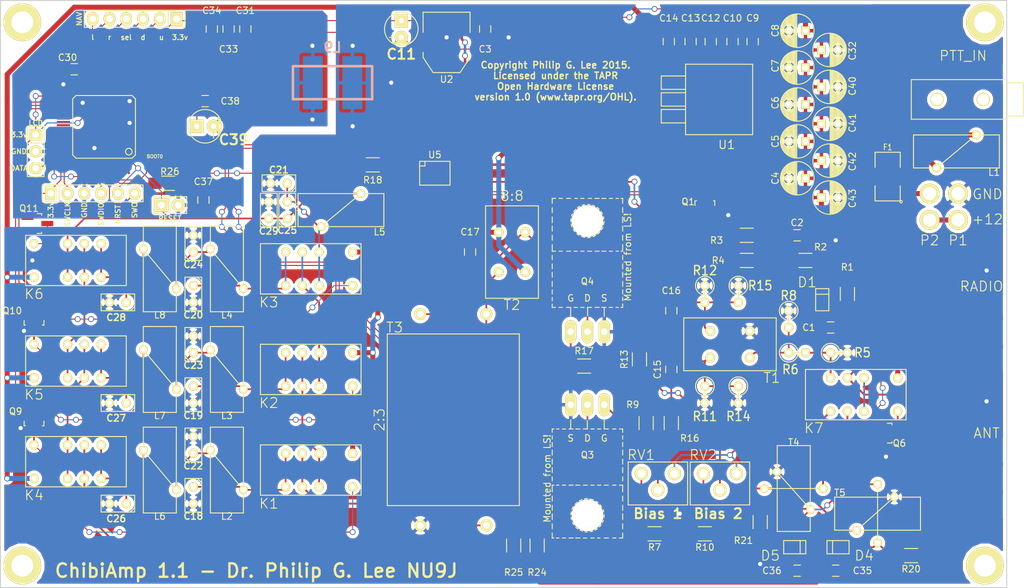
<source format=kicad_pcb>
(kicad_pcb (version 4) (host pcbnew "(2014-11-29 BZR 5307)-product")
  (title_block (title "ChibiOS 10W HF Amp") (date "Sat 04 Jul 2015") (rev 1.1) (company "NU9J - Dr. Philip G. Lee") (comment 1 "v1.0 (www.tapr.org/OHL)") (comment 2 "Licensed under the TAPR Open Hardware License") (comment 3 "Copyright 2015, Philip G. Lee"))
  (layers (0 F.Cu signal) (31 B.Cu signal) (34 B.Paste user) (35 F.Paste user) (36 B.SilkS user) (37 F.SilkS user) (38 B.Mask user) (39 F.Mask user) (44 Edge.Cuts user))
  (net 0 "")
  (net 1 "Net-(C1-Pad1)")
  (net 2 "/RF In/Out/raw_input")
  (net 3 GND)
  (net 4 "Net-(C2-Pad2)")
  (net 5 +5V)
  (net 6 +3.3V)
  (net 7 /Amplifier/vb1)
  (net 8 "Net-(C15-Pad2)")
  (net 9 /Amplifier/vb2)
  (net 10 "Net-(C16-Pad2)")
  (net 11 +12V)
  (net 12 "Net-(C18-Pad1)")
  (net 13 "Net-(C19-Pad1)")
  (net 14 "Net-(C20-Pad1)")
  (net 15 "Net-(C21-Pad1)")
  (net 16 "Net-(C22-Pad1)")
  (net 17 "Net-(C23-Pad1)")
  (net 18 "Net-(C24-Pad1)")
  (net 19 "Net-(C25-Pad1)")
  (net 20 "Net-(C26-Pad1)")
  (net 21 "Net-(C27-Pad1)")
  (net 22 "Net-(C28-Pad1)")
  (net 23 "Net-(D1-Pad2)")
  (net 24 "Net-(D4-Pad1)")
  (net 25 "Net-(D5-Pad1)")
  (net 26 /Amplifier/amp_out)
  (net 27 "/Band Filters/bandfilter_3sel")
  (net 28 "/Band Filters/bandfilter_2sel")
  (net 29 "/Band Filters/bandfilter_1sel")
  (net 30 "/Band Filters/bandfilter_out")
  (net 31 /Amplifier/amp_in)
  (net 32 "/RF In/Out/ant_sw_rly")
  (net 33 "Net-(P1-Pad2)")
  (net 34 /Microcontroller/SWCLK)
  (net 35 /Microcontroller/SWDIO)
  (net 36 /Microcontroller/NRST)
  (net 37 /Microcontroller/SWO)
  (net 38 /Microcontroller/mcu_ptt)
  (net 39 /Microcontroller/mcu_rfdet)
  (net 40 "Net-(Q3-PadD)")
  (net 41 "Net-(Q3-PadG)")
  (net 42 "Net-(Q4-PadD)")
  (net 43 "Net-(Q4-PadG)")
  (net 44 "Net-(R6-Pad1)")
  (net 45 "Net-(R7-Pad1)")
  (net 46 "Net-(R9-Pad2)")
  (net 47 "Net-(R10-Pad1)")
  (net 48 "Net-(R13-Pad2)")
  (net 49 /Microcontroller/mcu_swr_fwd)
  (net 50 /Microcontroller/mcu_swr_ref)
  (net 51 "/RF In/Out/from_final")
  (net 52 "Net-(U3-Pad3)")
  (net 53 "Net-(U4-Pad29)")
  (net 54 "Net-(U4-Pad23)")
  (net 55 "Net-(U4-Pad22)")
  (net 56 "Net-(U4-Pad21)")
  (net 57 "Net-(U4-Pad20)")
  (net 58 "Net-(U4-Pad17)")
  (net 59 "Net-(U4-Pad45)")
  (net 60 "Net-(U4-Pad44)")
  (net 61 "Net-(U4-Pad43)")
  (net 62 "Net-(U4-Pad41)")
  (net 63 "Net-(U4-Pad40)")
  (net 64 "Net-(U4-Pad39)")
  (net 65 "Net-(U4-Pad38)")
  (net 66 "Net-(U4-Pad37)")
  (net 67 "Net-(U4-Pad36)")
  (net 68 "Net-(U4-Pad1)")
  (net 69 "Net-(U4-Pad3)")
  (net 70 "Net-(U4-Pad4)")
  (net 71 "Net-(U4-Pad5)")
  (net 72 "Net-(U4-Pad6)")
  (net 73 "Net-(U4-Pad15)")
  (net 74 "Net-(U4-Pad16)")
  (net 75 /Amplifier/amp_on)
  (net 76 "Net-(U4-Pad54)")
  (net 77 "Net-(U4-Pad53)")
  (net 78 "Net-(U4-Pad52)")
  (net 79 "Net-(U4-Pad51)")
  (net 80 "Net-(U4-Pad50)")
  (net 81 DGND)
  (net 82 "Net-(K1-Pad10)")
  (net 83 "Net-(K2-Pad10)")
  (net 84 "Net-(K4-Pad10)")
  (net 85 "Net-(K5-Pad10)")
  (net 86 "Net-(K7-Pad10)")
  (net 87 "Net-(K7-Pad9)")
  (net 88 "Net-(U4-Pad57)")
  (net 89 "Net-(U4-Pad56)")
  (net 90 "Net-(C30-Pad2)")
  (net 91 "Net-(R24-Pad1)")
  (net 92 "Net-(R25-Pad2)")
  (net 93 "Net-(P7-Pad1)")
  (net 94 /Microcontroller/nav_up)
  (net 95 /Microcontroller/nav_down)
  (net 96 /Microcontroller/nav_select)
  (net 97 /Microcontroller/nav_right)
  (net 98 /Microcontroller/nav_left)
  (net 99 "Net-(U4-Pad59)")
  (net 100 "Net-(U4-Pad58)")
  (net 101 "/Band Filters/band3_sel")
  (net 102 "/Band Filters/band2_sel")
  (net 103 "/Band Filters/band1_sel")
  (net 104 "Net-(K7-Pad12)")
  (net 105 "Net-(U4-Pad62)")
  (net 106 "Net-(U4-Pad2)")
  (net 107 "Net-(Q1-Padb)")
  (net 108 "Net-(R18-Pad1)")
  (net 109 "Net-(RV1-Pad1)")
  (net 110 "Net-(F1-Pad1)")
  (net 111 "Net-(F1-Pad2)")
  (module SMD_Packages:SOT-223 (layer F.Cu) (at 150.114 49.53 180)
    (fp_text reference U2 (at 0 -5.588 360) (layer F.SilkS))
    (fp_text value LM3940 hide)
    (pad GND smd rect (at 0 -3.302 180) (size 3.6576 2.032) (layers F.Cu F.Paste F.Mask) (net 3 GND))
    (pad GND smd rect (at 0 3.302 180) (size 1.016 2.032) (layers F.Cu F.Paste F.Mask) (net 3 GND))
    (pad VO smd rect (at 2.286 3.302 180) (size 1.016 2.032) (layers F.Cu F.Paste F.Mask) (net 6 +3.3V))
    (pad VI smd rect (at -2.286 3.302 180) (size 1.016 2.032) (layers F.Cu F.Paste F.Mask) (net 5 +5V))
  )
  (module nu9j-footprints:Potentiometer_Trimmer_Piher_PT10_H01 (layer F.Cu) (at 191.516 116.078 90)
    (fp_text reference RV2 (at 4.064 -2.54 180) (layer F.SilkS) (effects (font (size 1.5 1.5))))
    (fp_text value 5k)
    (pad 2 thru_hole circle (at -1.25 0 90) (size 2 2) (drill 1.3) (layers *.Cu *.Mask F.SilkS) (net 48 "Net-(R13-Pad2)"))
    (pad 3 thru_hole circle (at 1.25 -2.5 90) (size 2 2) (drill 1.3) (layers *.Cu *.Mask F.SilkS) (net 47 "Net-(R10-Pad1)"))
    (pad 1 thru_hole circle (at 1.25 2.5 90) (size 2 2) (drill 1.3) (layers *.Cu *.Mask F.SilkS) (net 109 "Net-(RV1-Pad1)"))
  )
  (module nu9j-footprints:Potentiometer_Trimmer_Piher_PT10_H01 (layer F.Cu) (at 182.118 116.078 90)
    (fp_text reference RV1 (at 4.064 -2.54 180) (layer F.SilkS) (effects (font (size 1.5 1.5))))
    (fp_text value 5k)
    (pad 2 thru_hole circle (at -1.25 0 90) (size 2 2) (drill 1.3) (layers *.Cu *.Mask F.SilkS) (net 46 "Net-(R9-Pad2)"))
    (pad 3 thru_hole circle (at 1.25 -2.5 90) (size 2 2) (drill 1.3) (layers *.Cu *.Mask F.SilkS) (net 45 "Net-(R7-Pad1)"))
    (pad 1 thru_hole circle (at 1.25 2.5 90) (size 2 2) (drill 1.3) (layers *.Cu *.Mask F.SilkS) (net 109 "Net-(RV1-Pad1)"))
  )
  (module Transistors_TO-220:TO-220_FET-GDS_Horizontal_MountedFromLS_LargePads (layer F.Cu) (at 171.45 104.394 180)
    (fp_text reference Q3 (at 0 -7.62 180) (layer F.SilkS))
    (fp_text value IRF510)
    (fp_text user G (at -2.54 -5.08 180) (layer F.SilkS))
    (fp_text user D (at 0 -5.08 180) (layer F.SilkS))
    (fp_text user S (at 2.54 -5.08 180) (layer F.SilkS))
    (fp_text user "Mounted from LS!" (at 6.096 -11.176 270) (layer F.SilkS))
    (pad D thru_hole oval (at 0 0 270) (size 3.50012 1.69926) (drill 1.00076) (layers *.Cu *.Mask F.SilkS) (net 40 "Net-(Q3-PadD)"))
    (pad G thru_hole oval (at -2.54 0 270) (size 3.50012 1.69926) (drill 1.00076) (layers *.Cu *.Mask F.SilkS) (net 41 "Net-(Q3-PadG)"))
    (pad S thru_hole oval (at 2.54 0 270) (size 3.50012 1.69926) (drill 1.00076) (layers *.Cu *.Mask F.SilkS) (net 3 GND))
    (pad "" np_thru_hole circle (at 0 -16.764 270) (size 3.79984 3.79984) (drill 3.79984) (layers *.Cu *.Mask F.SilkS))
  )
  (module Transistors_TO-220:TO-220_FET-GDS_Horizontal_MountedFromLS_LargePads (layer F.Cu) (at 171.45 93.345)
    (fp_text reference Q4 (at 0 -7.62) (layer F.SilkS))
    (fp_text value IRF510)
    (fp_text user G (at -2.54 -5.08) (layer F.SilkS))
    (fp_text user D (at 0 -5.08) (layer F.SilkS))
    (fp_text user S (at 2.54 -5.08) (layer F.SilkS))
    (fp_text user "Mounted from LS!" (at 6.096 -11.303 90) (layer F.SilkS))
    (pad D thru_hole oval (at 0 0 90) (size 3.50012 1.69926) (drill 1.00076) (layers *.Cu *.Mask F.SilkS) (net 42 "Net-(Q4-PadD)"))
    (pad G thru_hole oval (at -2.54 0 90) (size 3.50012 1.69926) (drill 1.00076) (layers *.Cu *.Mask F.SilkS) (net 43 "Net-(Q4-PadG)"))
    (pad S thru_hole oval (at 2.54 0 90) (size 3.50012 1.69926) (drill 1.00076) (layers *.Cu *.Mask F.SilkS) (net 3 GND))
    (pad "" np_thru_hole circle (at 0 -16.764 90) (size 3.79984 3.79984) (drill 3.79984) (layers *.Cu *.Mask F.SilkS))
  )
  (module nu9j-footprints:PWR2-16AWG (layer F.Cu) (at 227.584 74.422 270)
    (fp_text reference P1 (at 5.08 0 360) (layer F.SilkS) (effects (font (size 1.5 1.5))))
    (fp_text value PWR hide)
    (fp_text user GND (at -1.905 -4.445 360) (layer F.SilkS) (effects (font (size 1.5 1.5))))
    (fp_text user +12 (at 1.905 -4.445 360) (layer F.SilkS) (effects (font (size 1.5 1.5))))
    (pad 1 thru_hole circle (at -2 0 270) (size 3 3) (drill 2) (layers *.Cu *.Mask F.SilkS) (net 3 GND))
    (pad 2 thru_hole circle (at 2 0 270) (size 3 3) (drill 2) (layers *.Cu *.Mask F.SilkS) (net 33 "Net-(P1-Pad2)"))
  )
  (module Opto-Devices:Optocoupler_SMD_HandSoldering_KPC357_LTV35x_PC357_SingleChannel (layer F.Cu) (at 148.336 69.342)
    (fp_text reference U5 (at 0 -2.794) (layer F.SilkS))
    (fp_text value LTV-356T)
    (pad 2 smd rect (at -3.79984 1.34874) (size 1.99898 0.89916) (layers F.Cu F.Paste F.Mask) (net 3 GND))
    (pad 1 smd rect (at -3.79984 -1.30048) (size 1.99898 1.00076) (layers F.Cu F.Paste F.Mask) (net 108 "Net-(R18-Pad1)"))
    (pad 4 smd rect (at 3.79984 -1.30048) (size 1.99898 1.00076) (layers F.Cu F.Paste F.Mask) (net 5 +5V))
    (pad 3 smd rect (at 3.79984 1.30048) (size 1.99898 1.00076) (layers F.Cu F.Paste F.Mask) (net 109 "Net-(RV1-Pad1)"))
  )
  (module nu9j-footprints:WE-SUCKW (layer B.Cu) (at 132.842 55.626 180)
    (fp_text reference L9 (at 0 5.334 180) (layer B.SilkS) (effects (font (thickness 0.3048)) (justify mirror)))
    (fp_text value BEAD hide)
    (pad 1 smd rect (at -2.99974 0 180) (size 2.99974 8) (layers B.Cu B.Paste B.Mask) (net 3 GND))
    (pad 2 smd rect (at 2.99974 0 180) (size 2.99974 8) (layers B.Cu B.Paste B.Mask) (net 81 DGND))
  )
  (module nu9j-footprints:LQFP64 (layer F.Cu) (at 103.984 66.068143 90)
    (fp_text reference U4 hide)
    (fp_text value STM32F401xB/C-LQFP hide)
    (pad 32 smd rect (at 9.9 -9.5 180) (size 0.3 2) (layers F.Cu F.Paste F.Mask) (net 6 +3.3V) (clearance 0.1))
    (pad 31 smd rect (at 9.9 -9 180) (size 0.3 2) (layers F.Cu F.Paste F.Mask) (net 81 DGND) (clearance 0.1))
    (pad 30 smd rect (at 9.9 -8.5 180) (size 0.3 2) (layers F.Cu F.Paste F.Mask) (net 90 "Net-(C30-Pad2)") (clearance 0.1))
    (pad 29 smd rect (at 9.9 -8 180) (size 0.3 2) (layers F.Cu F.Paste F.Mask) (net 53 "Net-(U4-Pad29)") (clearance 0.1))
    (pad 28 smd rect (at 9.9 -7.5 180) (size 0.3 2) (layers F.Cu F.Paste F.Mask) (net 98 /Microcontroller/nav_left) (clearance 0.1))
    (pad 27 smd rect (at 9.9 -7 180) (size 0.3 2) (layers F.Cu F.Paste F.Mask) (net 97 /Microcontroller/nav_right) (clearance 0.1))
    (pad 26 smd rect (at 9.9 -6.5 180) (size 0.3 2) (layers F.Cu F.Paste F.Mask) (net 96 /Microcontroller/nav_select) (clearance 0.1))
    (pad 25 smd rect (at 9.9 -6 180) (size 0.3 2) (layers F.Cu F.Paste F.Mask) (net 95 /Microcontroller/nav_down) (clearance 0.1))
    (pad 24 smd rect (at 9.9 -5.5 180) (size 0.3 2) (layers F.Cu F.Paste F.Mask) (net 94 /Microcontroller/nav_up) (clearance 0.1))
    (pad 23 smd rect (at 9.9 -5 180) (size 0.3 2) (layers F.Cu F.Paste F.Mask) (net 54 "Net-(U4-Pad23)") (clearance 0.1))
    (pad 22 smd rect (at 9.9 -4.5 180) (size 0.3 2) (layers F.Cu F.Paste F.Mask) (net 55 "Net-(U4-Pad22)") (clearance 0.1))
    (pad 21 smd rect (at 9.9 -4 180) (size 0.3 2) (layers F.Cu F.Paste F.Mask) (net 56 "Net-(U4-Pad21)") (clearance 0.1))
    (pad 20 smd rect (at 9.9 -3.5 180) (size 0.3 2) (layers F.Cu F.Paste F.Mask) (net 57 "Net-(U4-Pad20)") (clearance 0.1))
    (pad 19 smd rect (at 9.9 -3 180) (size 0.3 2) (layers F.Cu F.Paste F.Mask) (net 6 +3.3V) (clearance 0.1))
    (pad 18 smd rect (at 9.9 -2.5 180) (size 0.3 2) (layers F.Cu F.Paste F.Mask) (net 81 DGND) (clearance 0.1))
    (pad 17 smd rect (at 9.9 -2 180) (size 0.3 2) (layers F.Cu F.Paste F.Mask) (net 58 "Net-(U4-Pad17)") (clearance 0.1))
    (pad 48 smd rect (at 0 -11.9 90) (size 0.3 2) (layers F.Cu F.Paste F.Mask) (net 6 +3.3V) (clearance 0.1))
    (pad 47 smd rect (at 0.5 -11.9 90) (size 0.3 2) (layers F.Cu F.Paste F.Mask) (net 81 DGND) (clearance 0.1))
    (pad 46 smd rect (at 1 -11.9 90) (size 0.3 2) (layers F.Cu F.Paste F.Mask) (net 35 /Microcontroller/SWDIO) (clearance 0.1))
    (pad 45 smd rect (at 1.5 -11.9 90) (size 0.3 2) (layers F.Cu F.Paste F.Mask) (net 59 "Net-(U4-Pad45)") (clearance 0.1))
    (pad 44 smd rect (at 2 -11.9 90) (size 0.3 2) (layers F.Cu F.Paste F.Mask) (net 60 "Net-(U4-Pad44)") (clearance 0.1))
    (pad 43 smd rect (at 2.5 -11.9 90) (size 0.3 2) (layers F.Cu F.Paste F.Mask) (net 61 "Net-(U4-Pad43)") (clearance 0.1))
    (pad 42 smd rect (at 3 -11.9 90) (size 0.3 2) (layers F.Cu F.Paste F.Mask) (net 52 "Net-(U3-Pad3)") (clearance 0.1))
    (pad 41 smd rect (at 3.5 -11.9 90) (size 0.3 2) (layers F.Cu F.Paste F.Mask) (net 62 "Net-(U4-Pad41)") (clearance 0.1))
    (pad 40 smd rect (at 4 -11.9 90) (size 0.3 2) (layers F.Cu F.Paste F.Mask) (net 63 "Net-(U4-Pad40)") (clearance 0.1))
    (pad 39 smd rect (at 4.5 -11.9 90) (size 0.3 2) (layers F.Cu F.Paste F.Mask) (net 64 "Net-(U4-Pad39)") (clearance 0.1))
    (pad 38 smd rect (at 5 -11.9 90) (size 0.3 2) (layers F.Cu F.Paste F.Mask) (net 65 "Net-(U4-Pad38)") (clearance 0.1))
    (pad 37 smd rect (at 5.5 -11.9 90) (size 0.3 2) (layers F.Cu F.Paste F.Mask) (net 66 "Net-(U4-Pad37)") (clearance 0.1))
    (pad 36 smd rect (at 6 -11.9 90) (size 0.3 2) (layers F.Cu F.Paste F.Mask) (net 67 "Net-(U4-Pad36)") (clearance 0.1))
    (pad 35 smd rect (at 6.5 -11.9 90) (size 0.3 2) (layers F.Cu F.Paste F.Mask) (net 29 "/Band Filters/bandfilter_1sel") (clearance 0.1))
    (pad 34 smd rect (at 7 -11.9 90) (size 0.3 2) (layers F.Cu F.Paste F.Mask) (net 28 "/Band Filters/bandfilter_2sel") (clearance 0.1))
    (pad 33 smd rect (at 7.5 -11.9 90) (size 0.3 2) (layers F.Cu F.Paste F.Mask) (net 27 "/Band Filters/bandfilter_3sel") (clearance 0.1))
    (pad 1 smd rect (at 0 0.4 90) (size 0.3 2) (layers F.Cu F.Paste F.Mask) (net 68 "Net-(U4-Pad1)") (clearance 0.1))
    (pad 2 smd rect (at 0.5 0.4 90) (size 0.3 2) (layers F.Cu F.Paste F.Mask) (net 106 "Net-(U4-Pad2)") (clearance 0.1))
    (pad 3 smd rect (at 1 0.4 90) (size 0.3 2) (layers F.Cu F.Paste F.Mask) (net 69 "Net-(U4-Pad3)") (clearance 0.1))
    (pad 4 smd rect (at 1.5 0.4 90) (size 0.3 2) (layers F.Cu F.Paste F.Mask) (net 70 "Net-(U4-Pad4)") (clearance 0.1))
    (pad 5 smd rect (at 2 0.4 90) (size 0.3 2) (layers F.Cu F.Paste F.Mask) (net 71 "Net-(U4-Pad5)") (clearance 0.1))
    (pad 6 smd rect (at 2.5 0.4 90) (size 0.3 2) (layers F.Cu F.Paste F.Mask) (net 72 "Net-(U4-Pad6)") (clearance 0.1))
    (pad 7 smd rect (at 3 0.4 90) (size 0.3 2) (layers F.Cu F.Paste F.Mask) (net 36 /Microcontroller/NRST) (clearance 0.1))
    (pad 8 smd rect (at 3.5 0.4 90) (size 0.3 2) (layers F.Cu F.Paste F.Mask) (net 91 "Net-(R24-Pad1)") (clearance 0.1))
    (pad 9 smd rect (at 4 0.4 90) (size 0.3 2) (layers F.Cu F.Paste F.Mask) (net 92 "Net-(R25-Pad2)") (clearance 0.1))
    (pad 10 smd rect (at 4.5 0.4 90) (size 0.3 2) (layers F.Cu F.Paste F.Mask) (net 39 /Microcontroller/mcu_rfdet) (clearance 0.1))
    (pad 11 smd rect (at 5 0.4 90) (size 0.3 2) (layers F.Cu F.Paste F.Mask) (net 32 "/RF In/Out/ant_sw_rly") (clearance 0.1))
    (pad 12 smd rect (at 5.5 0.4 90) (size 0.3 2) (layers F.Cu F.Paste F.Mask) (net 81 DGND) (clearance 0.1))
    (pad 13 smd rect (at 6 0.4 90) (size 0.3 2) (layers F.Cu F.Paste F.Mask) (net 6 +3.3V) (clearance 0.1))
    (pad 14 smd rect (at 6.5 0.4 90) (size 0.3 2) (layers F.Cu F.Paste F.Mask) (net 38 /Microcontroller/mcu_ptt) (clearance 0.1))
    (pad 15 smd rect (at 7 0.4 90) (size 0.3 2) (layers F.Cu F.Paste F.Mask) (net 73 "Net-(U4-Pad15)") (clearance 0.1))
    (pad 16 smd rect (at 7.5 0.4 90) (size 0.3 2) (layers F.Cu F.Paste F.Mask) (net 74 "Net-(U4-Pad16)") (clearance 0.1))
    (pad 64 smd rect (at -2.4 -2 180) (size 0.3 2) (layers F.Cu F.Paste F.Mask) (net 6 +3.3V) (clearance 0.1))
    (pad 63 smd rect (at -2.4 -2.5 180) (size 0.3 2) (layers F.Cu F.Paste F.Mask) (net 81 DGND) (clearance 0.1))
    (pad 62 smd rect (at -2.4 -3 180) (size 0.3 2) (layers F.Cu F.Paste F.Mask) (net 105 "Net-(U4-Pad62)") (clearance 0.1))
    (pad 61 smd rect (at -2.4 -3.5 180) (size 0.3 2) (layers F.Cu F.Paste F.Mask) (net 75 /Amplifier/amp_on) (clearance 0.1))
    (pad 60 smd rect (at -2.4 -4 180) (size 0.3 2) (layers F.Cu F.Paste F.Mask) (net 93 "Net-(P7-Pad1)") (clearance 0.1))
    (pad 59 smd rect (at -2.4 -4.5 180) (size 0.3 2) (layers F.Cu F.Paste F.Mask) (net 99 "Net-(U4-Pad59)") (clearance 0.1))
    (pad 58 smd rect (at -2.4 -5 180) (size 0.3 2) (layers F.Cu F.Paste F.Mask) (net 100 "Net-(U4-Pad58)") (clearance 0.1))
    (pad 57 smd rect (at -2.4 -5.5 180) (size 0.3 2) (layers F.Cu F.Paste F.Mask) (net 88 "Net-(U4-Pad57)") (clearance 0.1))
    (pad 56 smd rect (at -2.4 -6 180) (size 0.3 2) (layers F.Cu F.Paste F.Mask) (net 89 "Net-(U4-Pad56)") (clearance 0.1))
    (pad 55 smd rect (at -2.4 -6.5 180) (size 0.3 2) (layers F.Cu F.Paste F.Mask) (net 37 /Microcontroller/SWO) (clearance 0.1))
    (pad 54 smd rect (at -2.4 -7 180) (size 0.3 2) (layers F.Cu F.Paste F.Mask) (net 76 "Net-(U4-Pad54)") (clearance 0.1))
    (pad 53 smd rect (at -2.4 -7.5 180) (size 0.3 2) (layers F.Cu F.Paste F.Mask) (net 77 "Net-(U4-Pad53)") (clearance 0.1))
    (pad 52 smd rect (at -2.4 -8 180) (size 0.3 2) (layers F.Cu F.Paste F.Mask) (net 78 "Net-(U4-Pad52)") (clearance 0.1))
    (pad 51 smd rect (at -2.4 -8.5 180) (size 0.3 2) (layers F.Cu F.Paste F.Mask) (net 79 "Net-(U4-Pad51)") (clearance 0.1))
    (pad 50 smd rect (at -2.4 -9 180) (size 0.3 2) (layers F.Cu F.Paste F.Mask) (net 80 "Net-(U4-Pad50)") (clearance 0.1))
    (pad 49 smd rect (at -2.4 -9.5 180) (size 0.3 2) (layers F.Cu F.Paste F.Mask) (net 34 /Microcontroller/SWCLK) (clearance 0.1))
  )
  (module nu9j-footprints:TOROID-50 (layer F.Cu) (at 227.33 66.04 90)
    (fp_text reference L1 (at -3.175 5.715 180) (layer F.SilkS))
    (fp_text value 500u hide)
    (pad 1 thru_hole circle (at -2.5 -3 90) (size 1.3 1.3) (drill 0.8) (layers *.Cu *.Mask F.SilkS) (net 111 "Net-(F1-Pad2)"))
    (pad 2 thru_hole circle (at 2.5 3 90) (size 1.3 1.3) (drill 0.8) (layers *.Cu *.Mask F.SilkS) (net 11 +12V))
  )
  (module nu9j-footprints:EC2-12NU (layer F.Cu) (at 218.44 100.33 180)
    (fp_text reference K7 (at 12.7 -7.62 180) (layer F.SilkS) (effects (font (size 1.5 1.5))))
    (fp_text value ANT_RLY hide)
    (pad 1 thru_hole circle (at 0 0 180) (size 1.4 1.4) (drill 0.800001) (layers *.Cu *.Mask F.SilkS) (net 11 +12V))
    (pad 3 thru_hole circle (at 5.08 0 180) (size 1.4 1.4) (drill 0.800001) (layers *.Cu *.Mask F.SilkS) (net 86 "Net-(K7-Pad10)"))
    (pad 4 thru_hole circle (at 7.62 0 180) (size 1.4 1.4) (drill 0.800001) (layers *.Cu *.Mask F.SilkS) (net 2 "/RF In/Out/raw_input"))
    (pad 5 thru_hole circle (at 10.16 0 180) (size 1.4 1.4) (drill 0.800001) (layers *.Cu *.Mask F.SilkS) (net 31 /Amplifier/amp_in))
    (pad 8 thru_hole circle (at 10.16 -5.08 180) (size 1.4 1.4) (drill 0.800001) (layers *.Cu *.Mask F.SilkS) (net 51 "/RF In/Out/from_final"))
    (pad 9 thru_hole circle (at 7.62 -5.08 180) (size 1.4 1.4) (drill 0.800001) (layers *.Cu *.Mask F.SilkS) (net 87 "Net-(K7-Pad9)"))
    (pad 10 thru_hole circle (at 5.08 -5.08 180) (size 1.4 1.4) (drill 0.800001) (layers *.Cu *.Mask F.SilkS) (net 86 "Net-(K7-Pad10)"))
    (pad 12 thru_hole circle (at 0 -5.08 180) (size 1.4 1.4) (drill 0.800001) (layers *.Cu *.Mask F.SilkS) (net 104 "Net-(K7-Pad12)"))
  )
  (module nu9j-footprints:EC2-12NU (layer F.Cu) (at 87.63 100.33)
    (fp_text reference K5 (at 0 2.54) (layer F.SilkS) (effects (font (size 1.5 1.5))))
    (fp_text value BAND2_OUT hide)
    (pad 1 thru_hole circle (at 0 0) (size 1.4 1.4) (drill 0.800001) (layers *.Cu *.Mask F.SilkS) (net 11 +12V))
    (pad 3 thru_hole circle (at 5.08 0) (size 1.4 1.4) (drill 0.800001) (layers *.Cu *.Mask F.SilkS) (net 85 "Net-(K5-Pad10)"))
    (pad 4 thru_hole circle (at 7.62 0) (size 1.4 1.4) (drill 0.800001) (layers *.Cu *.Mask F.SilkS) (net 84 "Net-(K4-Pad10)"))
    (pad 5 thru_hole circle (at 10.16 0) (size 1.4 1.4) (drill 0.800001) (layers *.Cu *.Mask F.SilkS) (net 21 "Net-(C27-Pad1)"))
    (pad 8 thru_hole circle (at 10.16 -5.08) (size 1.4 1.4) (drill 0.800001) (layers *.Cu *.Mask F.SilkS) (net 21 "Net-(C27-Pad1)"))
    (pad 9 thru_hole circle (at 7.62 -5.08) (size 1.4 1.4) (drill 0.800001) (layers *.Cu *.Mask F.SilkS) (net 84 "Net-(K4-Pad10)"))
    (pad 10 thru_hole circle (at 5.08 -5.08) (size 1.4 1.4) (drill 0.800001) (layers *.Cu *.Mask F.SilkS) (net 85 "Net-(K5-Pad10)"))
    (pad 12 thru_hole circle (at 0 -5.08) (size 1.4 1.4) (drill 0.800001) (layers *.Cu *.Mask F.SilkS) (net 102 "/Band Filters/band2_sel"))
  )
  (module nu9j-footprints:EC2-12NU (layer F.Cu) (at 87.63 115.57)
    (fp_text reference K4 (at 0 2.54) (layer F.SilkS) (effects (font (size 1.5 1.5))))
    (fp_text value BAND3_OUT hide)
    (pad 1 thru_hole circle (at 0 0) (size 1.4 1.4) (drill 0.800001) (layers *.Cu *.Mask F.SilkS) (net 11 +12V))
    (pad 3 thru_hole circle (at 5.08 0) (size 1.4 1.4) (drill 0.800001) (layers *.Cu *.Mask F.SilkS) (net 84 "Net-(K4-Pad10)"))
    (pad 4 thru_hole circle (at 7.62 0) (size 1.4 1.4) (drill 0.800001) (layers *.Cu *.Mask F.SilkS) (net 30 "/Band Filters/bandfilter_out"))
    (pad 5 thru_hole circle (at 10.16 0) (size 1.4 1.4) (drill 0.800001) (layers *.Cu *.Mask F.SilkS) (net 20 "Net-(C26-Pad1)"))
    (pad 8 thru_hole circle (at 10.16 -5.08) (size 1.4 1.4) (drill 0.800001) (layers *.Cu *.Mask F.SilkS) (net 20 "Net-(C26-Pad1)"))
    (pad 9 thru_hole circle (at 7.62 -5.08) (size 1.4 1.4) (drill 0.800001) (layers *.Cu *.Mask F.SilkS) (net 30 "/Band Filters/bandfilter_out"))
    (pad 10 thru_hole circle (at 5.08 -5.08) (size 1.4 1.4) (drill 0.800001) (layers *.Cu *.Mask F.SilkS) (net 84 "Net-(K4-Pad10)"))
    (pad 12 thru_hole circle (at 0 -5.08) (size 1.4 1.4) (drill 0.800001) (layers *.Cu *.Mask F.SilkS) (net 101 "/Band Filters/band3_sel"))
  )
  (module nu9j-footprints:EC2-12NU (layer F.Cu) (at 135.89 111.76 180)
    (fp_text reference K1 (at 12.7 -7.62 180) (layer F.SilkS) (effects (font (size 1.5 1.5))))
    (fp_text value BAND3_IN hide)
    (pad 1 thru_hole circle (at 0 0 180) (size 1.4 1.4) (drill 0.800001) (layers *.Cu *.Mask F.SilkS) (net 11 +12V))
    (pad 3 thru_hole circle (at 5.08 0 180) (size 1.4 1.4) (drill 0.800001) (layers *.Cu *.Mask F.SilkS) (net 82 "Net-(K1-Pad10)"))
    (pad 4 thru_hole circle (at 7.62 0 180) (size 1.4 1.4) (drill 0.800001) (layers *.Cu *.Mask F.SilkS) (net 26 /Amplifier/amp_out))
    (pad 5 thru_hole circle (at 10.16 0 180) (size 1.4 1.4) (drill 0.800001) (layers *.Cu *.Mask F.SilkS) (net 12 "Net-(C18-Pad1)"))
    (pad 8 thru_hole circle (at 10.16 -5.08 180) (size 1.4 1.4) (drill 0.800001) (layers *.Cu *.Mask F.SilkS) (net 12 "Net-(C18-Pad1)"))
    (pad 9 thru_hole circle (at 7.62 -5.08 180) (size 1.4 1.4) (drill 0.800001) (layers *.Cu *.Mask F.SilkS) (net 26 /Amplifier/amp_out))
    (pad 10 thru_hole circle (at 5.08 -5.08 180) (size 1.4 1.4) (drill 0.800001) (layers *.Cu *.Mask F.SilkS) (net 82 "Net-(K1-Pad10)"))
    (pad 12 thru_hole circle (at 0 -5.08 180) (size 1.4 1.4) (drill 0.800001) (layers *.Cu *.Mask F.SilkS) (net 101 "/Band Filters/band3_sel"))
  )
  (module nu9j-footprints:EC2-12NU (layer F.Cu) (at 135.89 96.52 180)
    (fp_text reference K2 (at 12.7 -7.62 180) (layer F.SilkS) (effects (font (size 1.5 1.5))))
    (fp_text value BAND2_IN hide)
    (pad 1 thru_hole circle (at 0 0 180) (size 1.4 1.4) (drill 0.800001) (layers *.Cu *.Mask F.SilkS) (net 11 +12V))
    (pad 3 thru_hole circle (at 5.08 0 180) (size 1.4 1.4) (drill 0.800001) (layers *.Cu *.Mask F.SilkS) (net 83 "Net-(K2-Pad10)"))
    (pad 4 thru_hole circle (at 7.62 0 180) (size 1.4 1.4) (drill 0.800001) (layers *.Cu *.Mask F.SilkS) (net 82 "Net-(K1-Pad10)"))
    (pad 5 thru_hole circle (at 10.16 0 180) (size 1.4 1.4) (drill 0.800001) (layers *.Cu *.Mask F.SilkS) (net 13 "Net-(C19-Pad1)"))
    (pad 8 thru_hole circle (at 10.16 -5.08 180) (size 1.4 1.4) (drill 0.800001) (layers *.Cu *.Mask F.SilkS) (net 13 "Net-(C19-Pad1)"))
    (pad 9 thru_hole circle (at 7.62 -5.08 180) (size 1.4 1.4) (drill 0.800001) (layers *.Cu *.Mask F.SilkS) (net 82 "Net-(K1-Pad10)"))
    (pad 10 thru_hole circle (at 5.08 -5.08 180) (size 1.4 1.4) (drill 0.800001) (layers *.Cu *.Mask F.SilkS) (net 83 "Net-(K2-Pad10)"))
    (pad 12 thru_hole circle (at 0 -5.08 180) (size 1.4 1.4) (drill 0.800001) (layers *.Cu *.Mask F.SilkS) (net 102 "/Band Filters/band2_sel"))
  )
  (module nu9j-footprints:EC2-12NU (layer F.Cu) (at 135.89 81.28 180)
    (fp_text reference K3 (at 12.7 -7.62 180) (layer F.SilkS) (effects (font (size 1.5 1.5))))
    (fp_text value BAND1_IN hide)
    (pad 1 thru_hole circle (at 0 0 180) (size 1.4 1.4) (drill 0.800001) (layers *.Cu *.Mask F.SilkS) (net 11 +12V))
    (pad 3 thru_hole circle (at 5.08 0 180) (size 1.4 1.4) (drill 0.800001) (layers *.Cu *.Mask F.SilkS) (net 15 "Net-(C21-Pad1)"))
    (pad 4 thru_hole circle (at 7.62 0 180) (size 1.4 1.4) (drill 0.800001) (layers *.Cu *.Mask F.SilkS) (net 83 "Net-(K2-Pad10)"))
    (pad 5 thru_hole circle (at 10.16 0 180) (size 1.4 1.4) (drill 0.800001) (layers *.Cu *.Mask F.SilkS) (net 14 "Net-(C20-Pad1)"))
    (pad 8 thru_hole circle (at 10.16 -5.08 180) (size 1.4 1.4) (drill 0.800001) (layers *.Cu *.Mask F.SilkS) (net 14 "Net-(C20-Pad1)"))
    (pad 9 thru_hole circle (at 7.62 -5.08 180) (size 1.4 1.4) (drill 0.800001) (layers *.Cu *.Mask F.SilkS) (net 83 "Net-(K2-Pad10)"))
    (pad 10 thru_hole circle (at 5.08 -5.08 180) (size 1.4 1.4) (drill 0.800001) (layers *.Cu *.Mask F.SilkS) (net 15 "Net-(C21-Pad1)"))
    (pad 12 thru_hole circle (at 0 -5.08 180) (size 1.4 1.4) (drill 0.800001) (layers *.Cu *.Mask F.SilkS) (net 103 "/Band Filters/band1_sel"))
  )
  (module nu9j-footprints:EC2-12NU (layer F.Cu) (at 87.63 85.09)
    (fp_text reference K6 (at 0 2.54) (layer F.SilkS) (effects (font (size 1.5 1.5))))
    (fp_text value BAND1_OUT hide)
    (pad 1 thru_hole circle (at 0 0) (size 1.4 1.4) (drill 0.800001) (layers *.Cu *.Mask F.SilkS) (net 11 +12V))
    (pad 3 thru_hole circle (at 5.08 0) (size 1.4 1.4) (drill 0.800001) (layers *.Cu *.Mask F.SilkS) (net 19 "Net-(C25-Pad1)"))
    (pad 4 thru_hole circle (at 7.62 0) (size 1.4 1.4) (drill 0.800001) (layers *.Cu *.Mask F.SilkS) (net 85 "Net-(K5-Pad10)"))
    (pad 5 thru_hole circle (at 10.16 0) (size 1.4 1.4) (drill 0.800001) (layers *.Cu *.Mask F.SilkS) (net 22 "Net-(C28-Pad1)"))
    (pad 8 thru_hole circle (at 10.16 -5.08) (size 1.4 1.4) (drill 0.800001) (layers *.Cu *.Mask F.SilkS) (net 22 "Net-(C28-Pad1)"))
    (pad 9 thru_hole circle (at 7.62 -5.08) (size 1.4 1.4) (drill 0.800001) (layers *.Cu *.Mask F.SilkS) (net 85 "Net-(K5-Pad10)"))
    (pad 10 thru_hole circle (at 5.08 -5.08) (size 1.4 1.4) (drill 0.800001) (layers *.Cu *.Mask F.SilkS) (net 19 "Net-(C25-Pad1)"))
    (pad 12 thru_hole circle (at 0 -5.08) (size 1.4 1.4) (drill 0.800001) (layers *.Cu *.Mask F.SilkS) (net 103 "/Band Filters/band1_sel"))
  )
  (module nu9j-footprints:SMA-EDGE-0.375in (layer F.Cu) (at 234.95 115.57 270)
    (fp_text reference P4 hide)
    (fp_text value ANT (at -6.858 3.048 360) (layer F.SilkS) (effects (font (size 1.5 1.5))))
    (pad 1 smd rect (at 0 3.048 270) (size 2.54 4.572) (layers F.Cu F.Paste F.Mask) (net 87 "Net-(K7-Pad9)"))
    (pad 2 smd rect (at -4.2545 3.048 270) (size 2.54 4.572) (layers F.Cu F.Paste F.Mask) (net 3 GND))
    (pad 2 smd rect (at 4.2545 3.048 270) (size 2.54 4.572) (layers F.Cu F.Paste F.Mask) (net 3 GND))
  )
  (module nu9j-footprints:SMA-EDGE-0.375in (layer F.Cu) (at 234.95 93.472 270)
    (fp_text reference P5 hide)
    (fp_text value RADIO (at -6.985 3.81 360) (layer F.SilkS) (effects (font (size 1.5 1.5))))
    (pad 1 smd rect (at 0 3.048 270) (size 2.54 4.572) (layers F.Cu F.Paste F.Mask) (net 2 "/RF In/Out/raw_input"))
    (pad 2 smd rect (at -4.2545 3.048 270) (size 2.54 4.572) (layers F.Cu F.Paste F.Mask) (net 3 GND))
    (pad 2 smd rect (at 4.2545 3.048 270) (size 2.54 4.572) (layers F.Cu F.Paste F.Mask) (net 3 GND))
  )
  (module nu9j-footprints:SOD-123 (layer F.Cu) (at 207.01 90.17 90)
    (fp_text reference D1 (at 4.318 -2.286 180) (layer F.SilkS) (effects (font (size 1.5 1.5))))
    (fp_text value SD101 hide)
    (pad 1 smd rect (at 0 0 90) (size 0.85 0.85) (layers F.Cu F.Paste F.Mask) (net 1 "Net-(C1-Pad1)"))
    (pad 2 smd rect (at 3.35 0 90) (size 0.85 0.85) (layers F.Cu F.Paste F.Mask) (net 23 "Net-(D1-Pad2)"))
  )
  (module nu9j-footprints:SOD-123 (layer F.Cu) (at 211.074 125.984 180)
    (fp_text reference D4 (at -2.286 -1.27 360) (layer F.SilkS) (effects (font (size 1.5 1.5))))
    (fp_text value SD101 hide)
    (pad 1 smd rect (at 0 0 180) (size 0.85 0.85) (layers F.Cu F.Paste F.Mask) (net 24 "Net-(D4-Pad1)"))
    (pad 2 smd rect (at 3.35 0 180) (size 0.85 0.85) (layers F.Cu F.Paste F.Mask) (net 50 /Microcontroller/mcu_swr_ref))
  )
  (module nu9j-footprints:SOD-123 (layer F.Cu) (at 201.168 125.984)
    (fp_text reference D5 (at -2.032 1.27 180) (layer F.SilkS) (effects (font (size 1.5 1.5))))
    (fp_text value SD101 hide)
    (pad 1 smd rect (at 0 0) (size 0.85 0.85) (layers F.Cu F.Paste F.Mask) (net 25 "Net-(D5-Pad1)"))
    (pad 2 smd rect (at 3.35 0) (size 0.85 0.85) (layers F.Cu F.Paste F.Mask) (net 49 /Microcontroller/mcu_swr_fwd))
  )
  (module nu9j-footprints:TOROID2-50-singleturn (layer F.Cu) (at 202.692 117.094)
    (fp_text reference T4 (at 0 -7) (layer F.SilkS))
    (fp_text value 12:1 hide)
    (pad 1 thru_hole circle (at -4.445 0) (size 1.3 1.3) (drill 0.8) (layers *.Cu *.Mask F.SilkS) (net 30 "/Band Filters/bandfilter_out"))
    (pad 2 thru_hole circle (at 4.445 0) (size 1.3 1.3) (drill 0.8) (layers *.Cu *.Mask F.SilkS) (net 51 "/RF In/Out/from_final"))
    (pad 3 thru_hole circle (at -2.54 -2.54) (size 1.3 1.3) (drill 0.8) (layers *.Cu *.Mask F.SilkS) (net 3 GND))
    (pad 4 thru_hole circle (at 2.54 3.175) (size 1.3 1.3) (drill 0.8) (layers *.Cu *.Mask F.SilkS) (net 25 "Net-(D5-Pad1)"))
  )
  (module nu9j-footprints:TOROID2-50-singleturn (layer F.Cu) (at 215.392 120.904 270)
    (fp_text reference T5 (at -3.175 5.715 360) (layer F.SilkS))
    (fp_text value 1:12 hide)
    (pad 1 thru_hole circle (at -4.445 0 270) (size 1.3 1.3) (drill 0.8) (layers *.Cu *.Mask F.SilkS) (net 25 "Net-(D5-Pad1)"))
    (pad 2 thru_hole circle (at 4.445 0 270) (size 1.3 1.3) (drill 0.8) (layers *.Cu *.Mask F.SilkS) (net 24 "Net-(D4-Pad1)"))
    (pad 3 thru_hole circle (at -2.54 -2.54 270) (size 1.3 1.3) (drill 0.8) (layers *.Cu *.Mask F.SilkS) (net 3 GND))
    (pad 4 thru_hole circle (at 2.54 3.175 270) (size 1.3 1.3) (drill 0.8) (layers *.Cu *.Mask F.SilkS) (net 30 "/Band Filters/bandfilter_out"))
  )
  (module nu9j-footprints:TOROID-50 (layer F.Cu) (at 116.84 83.82 180)
    (fp_text reference L4 (at 0 -7 180) (layer F.SilkS))
    (fp_text value "T50-2 12T" hide)
    (pad 1 thru_hole circle (at -2.5 -3 180) (size 1.3 1.3) (drill 0.8) (layers *.Cu *.Mask F.SilkS) (net 14 "Net-(C20-Pad1)"))
    (pad 2 thru_hole circle (at 2.5 3 180) (size 1.3 1.3) (drill 0.8) (layers *.Cu *.Mask F.SilkS) (net 18 "Net-(C24-Pad1)"))
  )
  (module nu9j-footprints:TOROID-50 (layer F.Cu) (at 116.84 99.06 180)
    (fp_text reference L3 (at 0 -7 180) (layer F.SilkS))
    (fp_text value "T50-6 9T" hide)
    (pad 1 thru_hole circle (at -2.5 -3 180) (size 1.3 1.3) (drill 0.8) (layers *.Cu *.Mask F.SilkS) (net 13 "Net-(C19-Pad1)"))
    (pad 2 thru_hole circle (at 2.5 3 180) (size 1.3 1.3) (drill 0.8) (layers *.Cu *.Mask F.SilkS) (net 17 "Net-(C23-Pad1)"))
  )
  (module nu9j-footprints:TOROID-50 (layer F.Cu) (at 106.68 83.82 180)
    (fp_text reference L8 (at 0 -7 180) (layer F.SilkS))
    (fp_text value "T50-2 12T" hide)
    (pad 1 thru_hole circle (at -2.5 -3 180) (size 1.3 1.3) (drill 0.8) (layers *.Cu *.Mask F.SilkS) (net 18 "Net-(C24-Pad1)"))
    (pad 2 thru_hole circle (at 2.5 3 180) (size 1.3 1.3) (drill 0.8) (layers *.Cu *.Mask F.SilkS) (net 22 "Net-(C28-Pad1)"))
  )
  (module nu9j-footprints:TOROID-50 (layer F.Cu) (at 134.112 74.93 90)
    (fp_text reference L5 (at -3.302 5.842 360) (layer F.SilkS))
    (fp_text value "T50-2 17T" hide)
    (pad 1 thru_hole circle (at -2.5 -3 90) (size 1.3 1.3) (drill 0.8) (layers *.Cu *.Mask F.SilkS) (net 15 "Net-(C21-Pad1)"))
    (pad 2 thru_hole circle (at 2.5 3 90) (size 1.3 1.3) (drill 0.8) (layers *.Cu *.Mask F.SilkS) (net 19 "Net-(C25-Pad1)"))
  )
  (module nu9j-footprints:TOROID-50 (layer F.Cu) (at 106.68 99.06 180)
    (fp_text reference L7 (at 0 -7 180) (layer F.SilkS))
    (fp_text value "T50-6 9T" hide)
    (pad 1 thru_hole circle (at -2.5 -3 180) (size 1.3 1.3) (drill 0.8) (layers *.Cu *.Mask F.SilkS) (net 17 "Net-(C23-Pad1)"))
    (pad 2 thru_hole circle (at 2.5 3 180) (size 1.3 1.3) (drill 0.8) (layers *.Cu *.Mask F.SilkS) (net 21 "Net-(C27-Pad1)"))
  )
  (module nu9j-footprints:TOROID-50 (layer F.Cu) (at 106.68 114.3 180)
    (fp_text reference L6 (at 0 -7 180) (layer F.SilkS))
    (fp_text value "T50-6 8T" hide)
    (pad 1 thru_hole circle (at -2.5 -3 180) (size 1.3 1.3) (drill 0.8) (layers *.Cu *.Mask F.SilkS) (net 16 "Net-(C22-Pad1)"))
    (pad 2 thru_hole circle (at 2.5 3 180) (size 1.3 1.3) (drill 0.8) (layers *.Cu *.Mask F.SilkS) (net 20 "Net-(C26-Pad1)"))
  )
  (module nu9j-footprints:TOROID-50 (layer F.Cu) (at 116.84 114.3 180)
    (fp_text reference L2 (at 0 -7 180) (layer F.SilkS))
    (fp_text value "T50-6 8T" hide)
    (pad 1 thru_hole circle (at -2.5 -3 180) (size 1.3 1.3) (drill 0.8) (layers *.Cu *.Mask F.SilkS) (net 12 "Net-(C18-Pad1)"))
    (pad 2 thru_hole circle (at 2.5 3 180) (size 1.3 1.3) (drill 0.8) (layers *.Cu *.Mask F.SilkS) (net 16 "Net-(C22-Pad1)"))
  )
  (module Capacitors_SMD:C_0805_HandSoldering (layer F.Cu) (at 208.28 92.71)
    (fp_text reference C1 (at -3.302 0 180) (layer F.SilkS))
    (fp_text value .1u hide)
    (pad 1 smd rect (at -1.25 0) (size 1.5 1.25) (layers F.Cu F.Paste F.Mask) (net 1 "Net-(C1-Pad1)"))
    (pad 2 smd rect (at 1.25 0) (size 1.5 1.25) (layers F.Cu F.Paste F.Mask) (net 2 "/RF In/Out/raw_input"))
  )
  (module Capacitors_SMD:C_0805_HandSoldering (layer F.Cu) (at 203.2 78.74 180)
    (fp_text reference C2 (at 0 1.905 180) (layer F.SilkS))
    (fp_text value .1u hide)
    (pad 1 smd rect (at -1.25 0 180) (size 1.5 1.25) (layers F.Cu F.Paste F.Mask) (net 3 GND))
    (pad 2 smd rect (at 1.25 0 180) (size 1.5 1.25) (layers F.Cu F.Paste F.Mask) (net 4 "Net-(C2-Pad2)"))
  )
  (module Capacitors_SMD:C_0805_HandSoldering (layer F.Cu) (at 155.956 47.498 270)
    (fp_text reference C3 (at 3.048 0 360) (layer F.SilkS))
    (fp_text value .1u hide)
    (pad 1 smd rect (at -1.25 0 270) (size 1.5 1.25) (layers F.Cu F.Paste F.Mask) (net 5 +5V))
    (pad 2 smd rect (at 1.25 0 270) (size 1.5 1.25) (layers F.Cu F.Paste F.Mask) (net 3 GND))
  )
  (module Capacitors_SMD:C_0805_HandSoldering (layer F.Cu) (at 196.469 49.403 270)
    (fp_text reference C9 (at -3.556 0 360) (layer F.SilkS))
    (fp_text value .1u hide)
    (pad 1 smd rect (at -1.25 0 270) (size 1.5 1.25) (layers F.Cu F.Paste F.Mask) (net 11 +12V))
    (pad 2 smd rect (at 1.25 0 270) (size 1.5 1.25) (layers F.Cu F.Paste F.Mask) (net 3 GND))
  )
  (module Capacitors_SMD:C_0805_HandSoldering (layer F.Cu) (at 193.421 49.403 270)
    (fp_text reference C10 (at -3.556 0 360) (layer F.SilkS))
    (fp_text value .1u hide)
    (pad 1 smd rect (at -1.25 0 270) (size 1.5 1.25) (layers F.Cu F.Paste F.Mask) (net 11 +12V))
    (pad 2 smd rect (at 1.25 0 270) (size 1.5 1.25) (layers F.Cu F.Paste F.Mask) (net 3 GND))
  )
  (module Capacitors_ThroughHole:Capacitor5x11RM2.5 (layer F.Cu) (at 143.256 47.498 180)
    (fp_text reference C11 (at 0 -3.81 180) (layer F.SilkS) (effects (font (thickness 0.3048))))
    (fp_text value 10u hide)
    (pad 1 thru_hole rect (at 0 1.27 180) (size 1.99898 1.99898) (drill 0.8001) (layers *.Cu *.Mask F.SilkS) (net 6 +3.3V))
    (pad 2 thru_hole circle (at 0 -1.27 180) (size 1.99898 1.99898) (drill 0.8001) (layers *.Cu *.Mask F.SilkS) (net 3 GND))
  )
  (module Capacitors_SMD:C_0805_HandSoldering (layer F.Cu) (at 190.119 49.403 270)
    (fp_text reference C12 (at -3.556 0 360) (layer F.SilkS))
    (fp_text value .1u hide)
    (pad 1 smd rect (at -1.25 0 270) (size 1.5 1.25) (layers F.Cu F.Paste F.Mask) (net 11 +12V))
    (pad 2 smd rect (at 1.25 0 270) (size 1.5 1.25) (layers F.Cu F.Paste F.Mask) (net 3 GND))
  )
  (module Capacitors_SMD:C_0805_HandSoldering (layer F.Cu) (at 187.071 49.403 270)
    (fp_text reference C13 (at -3.556 0 360) (layer F.SilkS))
    (fp_text value .1u hide)
    (pad 1 smd rect (at -1.25 0 270) (size 1.5 1.25) (layers F.Cu F.Paste F.Mask) (net 11 +12V))
    (pad 2 smd rect (at 1.25 0 270) (size 1.5 1.25) (layers F.Cu F.Paste F.Mask) (net 3 GND))
  )
  (module Capacitors_SMD:C_0805_HandSoldering (layer F.Cu) (at 183.769 49.403 270)
    (fp_text reference C14 (at -3.556 0 360) (layer F.SilkS))
    (fp_text value .1u hide)
    (pad 1 smd rect (at -1.25 0 270) (size 1.5 1.25) (layers F.Cu F.Paste F.Mask) (net 11 +12V))
    (pad 2 smd rect (at 1.25 0 270) (size 1.5 1.25) (layers F.Cu F.Paste F.Mask) (net 3 GND))
  )
  (module Capacitors_SMD:C_0805_HandSoldering (layer F.Cu) (at 184.15 99.06 90)
    (fp_text reference C15 (at 0 -2.1 90) (layer F.SilkS))
    (fp_text value 0.1u hide)
    (pad 1 smd rect (at -1.25 0 90) (size 1.5 1.25) (layers F.Cu F.Paste F.Mask) (net 7 /Amplifier/vb1))
    (pad 2 smd rect (at 1.25 0 90) (size 1.5 1.25) (layers F.Cu F.Paste F.Mask) (net 8 "Net-(C15-Pad2)"))
  )
  (module Capacitors_SMD:C_0805_HandSoldering (layer F.Cu) (at 184.15 90.17 90)
    (fp_text reference C16 (at 3.048 0 180) (layer F.SilkS))
    (fp_text value 0.1u hide)
    (pad 1 smd rect (at -1.25 0 90) (size 1.5 1.25) (layers F.Cu F.Paste F.Mask) (net 9 /Amplifier/vb2))
    (pad 2 smd rect (at 1.25 0 90) (size 1.5 1.25) (layers F.Cu F.Paste F.Mask) (net 10 "Net-(C16-Pad2)"))
  )
  (module Capacitors_SMD:C_0805_HandSoldering (layer F.Cu) (at 153.67 81.28 90)
    (fp_text reference C17 (at 3.048 0 180) (layer F.SilkS))
    (fp_text value 0.1u hide)
    (pad 1 smd rect (at -1.25 0 90) (size 1.5 1.25) (layers F.Cu F.Paste F.Mask) (net 3 GND))
    (pad 2 smd rect (at 1.25 0 90) (size 1.5 1.25) (layers F.Cu F.Paste F.Mask) (net 11 +12V))
  )
  (module Discret:C1 (layer F.Cu) (at 111.76 118.11 270)
    (fp_text reference C18 (at 3.175 0 360) (layer F.SilkS) (effects (font (size 1.016 1.016) (thickness 0.2032))))
    (fp_text value 150p hide)
    (pad 1 thru_hole circle (at -1.27 0 270) (size 1.397 1.397) (drill 0.8128) (layers *.Cu *.Mask F.SilkS) (net 12 "Net-(C18-Pad1)"))
    (pad 2 thru_hole circle (at 1.27 0 270) (size 1.397 1.397) (drill 0.8128) (layers *.Cu *.Mask F.SilkS) (net 3 GND))
  )
  (module Discret:C1 (layer F.Cu) (at 111.76 102.87 270)
    (fp_text reference C19 (at 3.175 0 360) (layer F.SilkS) (effects (font (size 1.016 1.016) (thickness 0.2032))))
    (fp_text value 330p hide)
    (pad 1 thru_hole circle (at -1.27 0 270) (size 1.397 1.397) (drill 0.8128) (layers *.Cu *.Mask F.SilkS) (net 13 "Net-(C19-Pad1)"))
    (pad 2 thru_hole circle (at 1.27 0 270) (size 1.397 1.397) (drill 0.8128) (layers *.Cu *.Mask F.SilkS) (net 3 GND))
  )
  (module Discret:C1 (layer F.Cu) (at 111.76 87.63 270)
    (fp_text reference C20 (at 3.175 0 360) (layer F.SilkS) (effects (font (size 1.016 1.016) (thickness 0.2032))))
    (fp_text value 560p hide)
    (pad 1 thru_hole circle (at -1.27 0 270) (size 1.397 1.397) (drill 0.8128) (layers *.Cu *.Mask F.SilkS) (net 14 "Net-(C20-Pad1)"))
    (pad 2 thru_hole circle (at 1.27 0 270) (size 1.397 1.397) (drill 0.8128) (layers *.Cu *.Mask F.SilkS) (net 3 GND))
  )
  (module Discret:C1 (layer F.Cu) (at 124.714 70.866 180)
    (fp_text reference C21 (at 0 2.032 180) (layer F.SilkS) (effects (font (size 1.016 1.016) (thickness 0.2032))))
    (fp_text value 1800p hide)
    (pad 1 thru_hole circle (at -1.27 0 180) (size 1.397 1.397) (drill 0.8128) (layers *.Cu *.Mask F.SilkS) (net 15 "Net-(C21-Pad1)"))
    (pad 2 thru_hole circle (at 1.27 0 180) (size 1.397 1.397) (drill 0.8128) (layers *.Cu *.Mask F.SilkS) (net 3 GND))
  )
  (module Discret:C1 (layer F.Cu) (at 111.76 110.49 90)
    (fp_text reference C22 (at -3.175 0 180) (layer F.SilkS) (effects (font (size 1.016 1.016) (thickness 0.2032))))
    (fp_text value 270p hide)
    (pad 1 thru_hole circle (at -1.27 0 90) (size 1.397 1.397) (drill 0.8128) (layers *.Cu *.Mask F.SilkS) (net 16 "Net-(C22-Pad1)"))
    (pad 2 thru_hole circle (at 1.27 0 90) (size 1.397 1.397) (drill 0.8128) (layers *.Cu *.Mask F.SilkS) (net 3 GND))
  )
  (module Discret:C1 (layer F.Cu) (at 111.76 95.25 90)
    (fp_text reference C23 (at -3.175 0 180) (layer F.SilkS) (effects (font (size 1.016 1.016) (thickness 0.2032))))
    (fp_text value 680p hide)
    (pad 1 thru_hole circle (at -1.27 0 90) (size 1.397 1.397) (drill 0.8128) (layers *.Cu *.Mask F.SilkS) (net 17 "Net-(C23-Pad1)"))
    (pad 2 thru_hole circle (at 1.27 0 90) (size 1.397 1.397) (drill 0.8128) (layers *.Cu *.Mask F.SilkS) (net 3 GND))
  )
  (module Discret:C1 (layer F.Cu) (at 111.76 80.01 90)
    (fp_text reference C24 (at -3.175 0 180) (layer F.SilkS) (effects (font (size 1.016 1.016) (thickness 0.2032))))
    (fp_text value 1000p hide)
    (pad 1 thru_hole circle (at -1.27 0 90) (size 1.397 1.397) (drill 0.8128) (layers *.Cu *.Mask F.SilkS) (net 18 "Net-(C24-Pad1)"))
    (pad 2 thru_hole circle (at 1.27 0 90) (size 1.397 1.397) (drill 0.8128) (layers *.Cu *.Mask F.SilkS) (net 3 GND))
  )
  (module Discret:C1 (layer F.Cu) (at 125.984 74.93 90)
    (fp_text reference C25 (at -3.048 0 180) (layer F.SilkS) (effects (font (size 1.016 1.016) (thickness 0.2032))))
    (fp_text value 150p hide)
    (pad 1 thru_hole circle (at -1.27 0 90) (size 1.397 1.397) (drill 0.8128) (layers *.Cu *.Mask F.SilkS) (net 19 "Net-(C25-Pad1)"))
    (pad 2 thru_hole circle (at 1.27 0 90) (size 1.397 1.397) (drill 0.8128) (layers *.Cu *.Mask F.SilkS) (net 15 "Net-(C21-Pad1)"))
  )
  (module Discret:C1 (layer F.Cu) (at 100.33 119.38 180)
    (fp_text reference C26 (at 0.254 -2.286 180) (layer F.SilkS) (effects (font (size 1.016 1.016) (thickness 0.2032))))
    (fp_text value 150p hide)
    (pad 1 thru_hole circle (at -1.27 0 180) (size 1.397 1.397) (drill 0.8128) (layers *.Cu *.Mask F.SilkS) (net 20 "Net-(C26-Pad1)"))
    (pad 2 thru_hole circle (at 1.27 0 180) (size 1.397 1.397) (drill 0.8128) (layers *.Cu *.Mask F.SilkS) (net 3 GND))
  )
  (module Discret:C1 (layer F.Cu) (at 100.33 104.14 180)
    (fp_text reference C27 (at 0.254 -2.286 180) (layer F.SilkS) (effects (font (size 1.016 1.016) (thickness 0.2032))))
    (fp_text value 330p hide)
    (pad 1 thru_hole circle (at -1.27 0 180) (size 1.397 1.397) (drill 0.8128) (layers *.Cu *.Mask F.SilkS) (net 21 "Net-(C27-Pad1)"))
    (pad 2 thru_hole circle (at 1.27 0 180) (size 1.397 1.397) (drill 0.8128) (layers *.Cu *.Mask F.SilkS) (net 3 GND))
  )
  (module Discret:C1 (layer F.Cu) (at 100.33 88.9 180)
    (fp_text reference C28 (at 0.254 -2.286 180) (layer F.SilkS) (effects (font (size 1.016 1.016) (thickness 0.2032))))
    (fp_text value 560p hide)
    (pad 1 thru_hole circle (at -1.27 0 180) (size 1.397 1.397) (drill 0.8128) (layers *.Cu *.Mask F.SilkS) (net 22 "Net-(C28-Pad1)"))
    (pad 2 thru_hole circle (at 1.27 0 180) (size 1.397 1.397) (drill 0.8128) (layers *.Cu *.Mask F.SilkS) (net 3 GND))
  )
  (module Discret:C1 (layer F.Cu) (at 123.19 74.93 90)
    (fp_text reference C29 (at -3.175 0 180) (layer F.SilkS) (effects (font (size 1.016 1.016) (thickness 0.2032))))
    (fp_text value 1800p hide)
    (pad 1 thru_hole circle (at -1.27 0 90) (size 1.397 1.397) (drill 0.8128) (layers *.Cu *.Mask F.SilkS) (net 19 "Net-(C25-Pad1)"))
    (pad 2 thru_hole circle (at 1.27 0 90) (size 1.397 1.397) (drill 0.8128) (layers *.Cu *.Mask F.SilkS) (net 3 GND))
  )
  (module Capacitors_SMD:C_0805_HandSoldering (layer F.Cu) (at 117.094 47.498 270)
    (fp_text reference C33 (at 3.048 0 360) (layer F.SilkS))
    (fp_text value .1u hide)
    (pad 1 smd rect (at -1.25 0 270) (size 1.5 1.25) (layers F.Cu F.Paste F.Mask) (net 6 +3.3V))
    (pad 2 smd rect (at 1.25 0 270) (size 1.5 1.25) (layers F.Cu F.Paste F.Mask) (net 81 DGND))
  )
  (module Capacitors_SMD:C_0805_HandSoldering (layer F.Cu) (at 114.554 47.498 270)
    (fp_text reference C34 (at -2.794 0 360) (layer F.SilkS))
    (fp_text value .1u hide)
    (pad 1 smd rect (at -1.25 0 270) (size 1.5 1.25) (layers F.Cu F.Paste F.Mask) (net 6 +3.3V))
    (pad 2 smd rect (at 1.25 0 270) (size 1.5 1.25) (layers F.Cu F.Paste F.Mask) (net 81 DGND))
  )
  (module Capacitors_SMD:C_0805_HandSoldering (layer F.Cu) (at 209.042 129.54)
    (fp_text reference C35 (at 4.064 0) (layer F.SilkS))
    (fp_text value 0.1u hide)
    (pad 1 smd rect (at -1.25 0) (size 1.5 1.25) (layers F.Cu F.Paste F.Mask) (net 50 /Microcontroller/mcu_swr_ref))
    (pad 2 smd rect (at 1.25 0) (size 1.5 1.25) (layers F.Cu F.Paste F.Mask) (net 3 GND))
  )
  (module Capacitors_SMD:C_0805_HandSoldering (layer F.Cu) (at 203.2 129.54 180)
    (fp_text reference C36 (at 3.81 0 180) (layer F.SilkS))
    (fp_text value 0.1u hide)
    (pad 1 smd rect (at -1.25 0 180) (size 1.5 1.25) (layers F.Cu F.Paste F.Mask) (net 49 /Microcontroller/mcu_swr_fwd))
    (pad 2 smd rect (at 1.25 0 180) (size 1.5 1.25) (layers F.Cu F.Paste F.Mask) (net 3 GND))
  )
  (module SMD_Packages:SMD-1812_l (layer F.Cu) (at 216.916 69.85 90)
    (fp_text reference F1 (at 4.445 0 180) (layer F.SilkS) (effects (font (size 0.889 0.762) (thickness 0.127))))
    (fp_text value PTS18128V200 hide)
    (pad 1 smd rect (at -2.54 0 90) (size 2.032 3.556) (layers F.Cu F.Paste F.Mask) (net 110 "Net-(F1-Pad1)"))
    (pad 2 smd rect (at 2.54 0 90) (size 2.032 3.556) (layers F.Cu F.Paste F.Mask) (net 111 "Net-(F1-Pad2)"))
  )
  (module nu9j-footprints:PWR2-16AWG (layer F.Cu) (at 223.266 74.422 90)
    (fp_text reference P2 (at -5.08 0 180) (layer F.SilkS) (effects (font (size 1.5 1.5))))
    (fp_text value PWR_SW hide)
    (pad 1 thru_hole circle (at -2 0 90) (size 3 3) (drill 2) (layers *.Cu *.Mask F.SilkS) (net 33 "Net-(P1-Pad2)"))
    (pad 2 thru_hole circle (at 2 0 90) (size 3 3) (drill 2) (layers *.Cu *.Mask F.SilkS) (net 110 "Net-(F1-Pad1)"))
  )
  (module nu9j-footprints:3.5MM_SWITCHCRAFT-35RASMT2AHNTRX (layer F.Cu) (at 231.394 58.166 180)
    (fp_text reference P6 hide)
    (fp_text value PTT_IN (at 3.048 6.604 180) (layer F.SilkS) (effects (font (size 1.5 1.5))))
    (pad 1 smd rect (at -1.2 3.8 180) (size 2.4 2.4) (layers F.Cu F.Paste F.Mask) (net 3 GND))
    (pad 2 smd rect (at 8.1 3.8 180) (size 2.9 2.4) (layers F.Cu F.Paste F.Mask) (net 38 /Microcontroller/mcu_ptt))
    (pad 3 smd rect (at 12.15 -0.75 180) (size 2.5 2.9) (layers F.Cu F.Paste F.Mask))
    (pad "" np_thru_hole circle (at 0 0 180) (size 2 2) (drill 1.6) (layers *.Cu *.Mask F.SilkS))
    (pad "" np_thru_hole circle (at 7 0 180) (size 2 2) (drill 1.6) (layers *.Cu *.Mask F.SilkS))
  )
  (module Resistors_SMD:R_1206_HandSoldering (layer F.Cu) (at 210.82 87.63 90)
    (fp_text reference R1 (at 4.064 0 180) (layer F.SilkS))
    (fp_text value 10k hide)
    (pad 1 smd rect (at -2 0 90) (size 2 1.7) (layers F.Cu F.Paste F.Mask) (net 1 "Net-(C1-Pad1)"))
    (pad 2 smd rect (at 2 0 90) (size 2 1.7) (layers F.Cu F.Paste F.Mask) (net 3 GND))
  )
  (module Resistors_SMD:R_1206_HandSoldering (layer F.Cu) (at 204.47 82.55)
    (fp_text reference R2 (at 2.286 -2.032 180) (layer F.SilkS))
    (fp_text value 680 hide)
    (pad 1 smd rect (at -2 0) (size 2 1.7) (layers F.Cu F.Paste F.Mask) (net 4 "Net-(C2-Pad2)"))
    (pad 2 smd rect (at 2 0) (size 2 1.7) (layers F.Cu F.Paste F.Mask) (net 23 "Net-(D1-Pad2)"))
  )
  (module Resistors_SMD:R_1206_HandSoldering (layer F.Cu) (at 195.58 78.74)
    (fp_text reference R3 (at -4.572 0.762 180) (layer F.SilkS))
    (fp_text value 6.8k hide)
    (pad 1 smd rect (at -2 0) (size 2 1.7) (layers F.Cu F.Paste F.Mask) (net 3 GND))
    (pad 2 smd rect (at 2 0) (size 2 1.7) (layers F.Cu F.Paste F.Mask) (net 4 "Net-(C2-Pad2)"))
  )
  (module Resistors_SMD:R_1206_HandSoldering (layer F.Cu) (at 195.58 82.55)
    (fp_text reference R4 (at -4.318 0 180) (layer F.SilkS))
    (fp_text value 10k hide)
    (pad 1 smd rect (at -2 0) (size 2 1.7) (layers F.Cu F.Paste F.Mask) (net 107 "Net-(Q1-Padb)"))
    (pad 2 smd rect (at 2 0) (size 2 1.7) (layers F.Cu F.Paste F.Mask) (net 4 "Net-(C2-Pad2)"))
  )
  (module Discret:R1 (layer F.Cu) (at 209.55 96.52)
    (fp_text reference R5 (at 3.556 0 180) (layer F.SilkS) (effects (font (size 1.397 1.27) (thickness 0.2032))))
    (fp_text value 300 hide)
    (pad 1 thru_hole circle (at -1.27 0) (size 1.397 1.397) (drill 0.8128) (layers *.Cu *.Mask F.SilkS) (net 31 /Amplifier/amp_in))
    (pad 2 thru_hole circle (at 1.27 0) (size 1.397 1.397) (drill 0.8128) (layers *.Cu *.Mask F.SilkS) (net 3 GND))
  )
  (module Discret:R1 (layer F.Cu) (at 203.2 96.52)
    (fp_text reference R6 (at -1.016 2.54) (layer F.SilkS) (effects (font (size 1.397 1.27) (thickness 0.2032))))
    (fp_text value 18 hide)
    (pad 1 thru_hole circle (at -1.27 0) (size 1.397 1.397) (drill 0.8128) (layers *.Cu *.Mask F.SilkS) (net 44 "Net-(R6-Pad1)"))
    (pad 2 thru_hole circle (at 1.27 0) (size 1.397 1.397) (drill 0.8128) (layers *.Cu *.Mask F.SilkS) (net 31 /Amplifier/amp_in))
  )
  (module Resistors_SMD:R_1206_HandSoldering (layer F.Cu) (at 181.61 123.952)
    (fp_text reference R7 (at 0 2.032) (layer F.SilkS))
    (fp_text value 5k hide)
    (pad 1 smd rect (at -2 0) (size 2 1.7) (layers F.Cu F.Paste F.Mask) (net 45 "Net-(R7-Pad1)"))
    (pad 2 smd rect (at 2 0) (size 2 1.7) (layers F.Cu F.Paste F.Mask) (net 3 GND))
  )
  (module Discret:R1 (layer F.Cu) (at 201.93 91.44 270)
    (fp_text reference R8 (at -3.556 0 360) (layer F.SilkS) (effects (font (size 1.397 1.27) (thickness 0.2032))))
    (fp_text value 300 hide)
    (pad 1 thru_hole circle (at -1.27 0 270) (size 1.397 1.397) (drill 0.8128) (layers *.Cu *.Mask F.SilkS) (net 3 GND))
    (pad 2 thru_hole circle (at 1.27 0 270) (size 1.397 1.397) (drill 0.8128) (layers *.Cu *.Mask F.SilkS) (net 44 "Net-(R6-Pad1)"))
  )
  (module Resistors_SMD:R_1206_HandSoldering (layer F.Cu) (at 180.34 107.188 270)
    (fp_text reference R9 (at -2.794 2.032 360) (layer F.SilkS))
    (fp_text value 10k hide)
    (pad 1 smd rect (at -2 0 270) (size 2 1.7) (layers F.Cu F.Paste F.Mask) (net 7 /Amplifier/vb1))
    (pad 2 smd rect (at 2 0 270) (size 2 1.7) (layers F.Cu F.Paste F.Mask) (net 46 "Net-(R9-Pad2)"))
  )
  (module Resistors_SMD:R_1206_HandSoldering (layer F.Cu) (at 189.23 123.952 180)
    (fp_text reference R10 (at 0 -2.032 180) (layer F.SilkS))
    (fp_text value 5k hide)
    (pad 1 smd rect (at -2 0 180) (size 2 1.7) (layers F.Cu F.Paste F.Mask) (net 47 "Net-(R10-Pad1)"))
    (pad 2 smd rect (at 2 0 180) (size 2 1.7) (layers F.Cu F.Paste F.Mask) (net 3 GND))
  )
  (module Discret:R1 (layer F.Cu) (at 189.23 102.87 270)
    (fp_text reference R11 (at 3.302 0 360) (layer F.SilkS) (effects (font (size 1.397 1.27) (thickness 0.2032))))
    (fp_text value 51 hide)
    (pad 1 thru_hole circle (at -1.27 0 270) (size 1.397 1.397) (drill 0.8128) (layers *.Cu *.Mask F.SilkS) (net 8 "Net-(C15-Pad2)"))
    (pad 2 thru_hole circle (at 1.27 0 270) (size 1.397 1.397) (drill 0.8128) (layers *.Cu *.Mask F.SilkS) (net 3 GND))
  )
  (module Discret:R1 (layer F.Cu) (at 189.23 87.63 270)
    (fp_text reference R12 (at -3.556 0 360) (layer F.SilkS) (effects (font (size 1.397 1.27) (thickness 0.2032))))
    (fp_text value 51 hide)
    (pad 1 thru_hole circle (at -1.27 0 270) (size 1.397 1.397) (drill 0.8128) (layers *.Cu *.Mask F.SilkS) (net 3 GND))
    (pad 2 thru_hole circle (at 1.27 0 270) (size 1.397 1.397) (drill 0.8128) (layers *.Cu *.Mask F.SilkS) (net 10 "Net-(C16-Pad2)"))
  )
  (module Resistors_SMD:R_1206_HandSoldering (layer F.Cu) (at 179.324 97.536 90)
    (fp_text reference R13 (at 0 -2.3 90) (layer F.SilkS))
    (fp_text value 10k hide)
    (pad 1 smd rect (at -2 0 90) (size 2 1.7) (layers F.Cu F.Paste F.Mask) (net 9 /Amplifier/vb2))
    (pad 2 smd rect (at 2 0 90) (size 2 1.7) (layers F.Cu F.Paste F.Mask) (net 48 "Net-(R13-Pad2)"))
  )
  (module Discret:R1 (layer F.Cu) (at 194.31 102.87 270)
    (fp_text reference R14 (at 3.302 0 360) (layer F.SilkS) (effects (font (size 1.397 1.27) (thickness 0.2032))))
    (fp_text value 51 hide)
    (pad 1 thru_hole circle (at -1.27 0 270) (size 1.397 1.397) (drill 0.8128) (layers *.Cu *.Mask F.SilkS) (net 8 "Net-(C15-Pad2)"))
    (pad 2 thru_hole circle (at 1.27 0 270) (size 1.397 1.397) (drill 0.8128) (layers *.Cu *.Mask F.SilkS) (net 3 GND))
  )
  (module Discret:R1 (layer F.Cu) (at 194.31 87.63 270)
    (fp_text reference R15 (at -1.27 -3.302 360) (layer F.SilkS) (effects (font (size 1.397 1.27) (thickness 0.2032))))
    (fp_text value 51 hide)
    (pad 1 thru_hole circle (at -1.27 0 270) (size 1.397 1.397) (drill 0.8128) (layers *.Cu *.Mask F.SilkS) (net 3 GND))
    (pad 2 thru_hole circle (at 1.27 0 270) (size 1.397 1.397) (drill 0.8128) (layers *.Cu *.Mask F.SilkS) (net 10 "Net-(C16-Pad2)"))
  )
  (module Resistors_SMD:R_1206_HandSoldering (layer F.Cu) (at 184.15 107.188 90)
    (fp_text reference R16 (at -2.286 2.794 180) (layer F.SilkS))
    (fp_text value 10 hide)
    (pad 1 smd rect (at -2 0 90) (size 2 1.7) (layers F.Cu F.Paste F.Mask) (net 41 "Net-(Q3-PadG)"))
    (pad 2 smd rect (at 2 0 90) (size 2 1.7) (layers F.Cu F.Paste F.Mask) (net 7 /Amplifier/vb1))
  )
  (module Resistors_SMD:R_1206_HandSoldering (layer F.Cu) (at 170.942 98.552)
    (fp_text reference R17 (at 0 -2.3) (layer F.SilkS))
    (fp_text value 10 hide)
    (pad 1 smd rect (at -2 0) (size 2 1.7) (layers F.Cu F.Paste F.Mask) (net 43 "Net-(Q4-PadG)"))
    (pad 2 smd rect (at 2 0) (size 2 1.7) (layers F.Cu F.Paste F.Mask) (net 9 /Amplifier/vb2))
  )
  (module Resistors_SMD:R_1206_HandSoldering (layer F.Cu) (at 220.472 127.254)
    (fp_text reference R20 (at 0 2.032) (layer F.SilkS))
    (fp_text value 51 hide)
    (pad 1 smd rect (at -2 0) (size 2 1.7) (layers F.Cu F.Paste F.Mask) (net 24 "Net-(D4-Pad1)"))
    (pad 2 smd rect (at 2 0) (size 2 1.7) (layers F.Cu F.Paste F.Mask) (net 3 GND))
  )
  (module Resistors_SMD:R_1206_HandSoldering (layer F.Cu) (at 197.612 122.174 270)
    (fp_text reference R21 (at 2.794 2.54 360) (layer F.SilkS))
    (fp_text value 51 hide)
    (pad 1 smd rect (at -2 0 270) (size 2 1.7) (layers F.Cu F.Paste F.Mask) (net 25 "Net-(D5-Pad1)"))
    (pad 2 smd rect (at 2 0 270) (size 2 1.7) (layers F.Cu F.Paste F.Mask) (net 3 GND))
  )
  (module nu9j-footprints:BN2-202 (layer F.Cu) (at 193.04 95.25 270)
    (fp_text reference T1 (at 5.08 -6.35 360) (layer F.SilkS) (effects (font (size 1.5 1.5))))
    (fp_text value 8:8 hide)
    (pad 1 thru_hole circle (at -2 -3 270) (size 1.5 1.5) (drill 0.8) (layers *.Cu *.Mask F.SilkS) (net 3 GND))
    (pad 2 thru_hole circle (at -2 3 270) (size 1.5 1.5) (drill 0.8) (layers *.Cu *.Mask F.SilkS) (net 10 "Net-(C16-Pad2)"))
    (pad 3 thru_hole circle (at 2 -3 270) (size 1.5 1.5) (drill 0.8) (layers *.Cu *.Mask F.SilkS) (net 44 "Net-(R6-Pad1)"))
    (pad 4 thru_hole circle (at 2 3 270) (size 1.5 1.5) (drill 0.8) (layers *.Cu *.Mask F.SilkS) (net 8 "Net-(C15-Pad2)"))
  )
  (module nu9j-footprints:BN2-202 (layer F.Cu) (at 160.02 81.28 180)
    (fp_text reference T2 (at 0 -8 180) (layer F.SilkS) (effects (font (size 1.5 1.5))))
    (fp_text value 8:8 (at 0 8.5 180) (layer F.SilkS) (effects (font (size 1.5 1.5))))
    (pad 1 thru_hole circle (at -2 -3 180) (size 1.5 1.5) (drill 0.8) (layers *.Cu *.Mask F.SilkS) (net 11 +12V))
    (pad 2 thru_hole circle (at -2 3 180) (size 1.5 1.5) (drill 0.8) (layers *.Cu *.Mask F.SilkS) (net 42 "Net-(Q4-PadD)"))
    (pad 3 thru_hole circle (at 2 -3 180) (size 1.5 1.5) (drill 0.8) (layers *.Cu *.Mask F.SilkS) (net 40 "Net-(Q3-PadD)"))
    (pad 4 thru_hole circle (at 2 3 180) (size 1.5 1.5) (drill 0.8) (layers *.Cu *.Mask F.SilkS) (net 11 +12V))
  )
  (module nu9j-footprints:BN2-3312 (layer F.Cu) (at 151.13 106.68 270)
    (fp_text reference T3 (at -13.97 8.89 360) (layer F.SilkS) (effects (font (size 1.5 1.5))))
    (fp_text value 2:3 (at 0 11.176 270) (layer F.SilkS) (effects (font (size 1.5 1.5))))
    (pad 1 thru_hole circle (at -16 -5 270) (size 1.8 1.8) (drill 1) (layers *.Cu *.Mask F.SilkS) (net 40 "Net-(Q3-PadD)"))
    (pad 2 thru_hole circle (at -16 5 270) (size 1.8 1.8) (drill 1) (layers *.Cu *.Mask F.SilkS) (net 42 "Net-(Q4-PadD)"))
    (pad 3 thru_hole circle (at 16 -5 270) (size 1.8 1.8) (drill 1) (layers *.Cu *.Mask F.SilkS) (net 26 /Amplifier/amp_out))
    (pad 4 thru_hole circle (at 16 5 270) (size 1.8 1.8) (drill 1) (layers *.Cu *.Mask F.SilkS) (net 3 GND))
  )
  (module Pin_Headers:Pin_Header_Straight_1x03 (layer F.Cu) (at 87.884 66.04 270)
    (fp_text reference U3 hide)
    (fp_text value LCD-2x16 hide)
    (pad 1 thru_hole rect (at -2.54 0 270) (size 1.7272 2.032) (drill 1.016) (layers *.Cu *.Mask F.SilkS) (net 6 +3.3V))
    (pad 2 thru_hole oval (at 0 0 270) (size 1.7272 2.032) (drill 1.016) (layers *.Cu *.Mask F.SilkS) (net 81 DGND))
    (pad 3 thru_hole oval (at 2.54 0 270) (size 1.7272 2.032) (drill 1.016) (layers *.Cu *.Mask F.SilkS) (net 52 "Net-(U3-Pad3)"))
  )
  (module nu9j-footprints:DPAK-3_VIVOGND (layer F.Cu) (at 183.896 58.166 270)
    (fp_text reference U1 (at 6.858 -8.636 360) (layer F.SilkS) (effects (font (size 1.27 1.27) (thickness 0.1524))))
    (fp_text value LM7805 hide)
    (pad GND smd rect (at 0 -8.763 270) (size 10.668 8.89) (layers F.Cu F.Paste F.Mask) (net 3 GND))
    (pad VI smd rect (at -2.54 0 270) (size 1.778 2.286) (layers F.Cu F.Paste F.Mask) (net 11 +12V))
    (pad VO smd rect (at 2.54 0 270) (size 1.778 2.286) (layers F.Cu F.Paste F.Mask) (net 5 +5V))
  )
  (module Capacitors_SMD:C_0805_HandSoldering (layer F.Cu) (at 113.284 73.406 90)
    (fp_text reference C37 (at 2.794 0 180) (layer F.SilkS))
    (fp_text value .1u hide)
    (pad 1 smd rect (at -1.25 0 90) (size 1.5 1.25) (layers F.Cu F.Paste F.Mask) (net 36 /Microcontroller/NRST))
    (pad 2 smd rect (at 1.25 0 90) (size 1.5 1.25) (layers F.Cu F.Paste F.Mask) (net 81 DGND))
  )
  (module Capacitors_SMD:C_0805_HandSoldering (layer F.Cu) (at 113.538 58.42)
    (fp_text reference C38 (at 3.81 0) (layer F.SilkS))
    (fp_text value .01u hide)
    (pad 1 smd rect (at -1.25 0) (size 1.5 1.25) (layers F.Cu F.Paste F.Mask) (net 6 +3.3V))
    (pad 2 smd rect (at 1.25 0) (size 1.5 1.25) (layers F.Cu F.Paste F.Mask) (net 81 DGND))
  )
  (module Capacitors_ThroughHole:Capacitor5x11RM2.5 (layer F.Cu) (at 113.538 62.23 270)
    (fp_text reference C39 (at 2.032 -4.318 360) (layer F.SilkS) (effects (font (thickness 0.3048))))
    (fp_text value 1u hide)
    (pad 1 thru_hole rect (at 0 1.27 270) (size 1.99898 1.99898) (drill 0.8001) (layers *.Cu *.Mask F.SilkS) (net 6 +3.3V))
    (pad 2 thru_hole circle (at 0 -1.27 270) (size 1.99898 1.99898) (drill 0.8001) (layers *.Cu *.Mask F.SilkS) (net 81 DGND))
  )
  (module Capacitors_SMD:C_0805_HandSoldering (layer F.Cu) (at 93.726 53.594)
    (fp_text reference C30 (at -1.016 -1.778 180) (layer F.SilkS))
    (fp_text value 4.7u hide)
    (pad 1 smd rect (at -1.25 0) (size 1.5 1.25) (layers F.Cu F.Paste F.Mask) (net 81 DGND))
    (pad 2 smd rect (at 1.25 0) (size 1.5 1.25) (layers F.Cu F.Paste F.Mask) (net 90 "Net-(C30-Pad2)"))
  )
  (module Capacitors_SMD:C_0805_HandSoldering (layer F.Cu) (at 119.634 47.498 270)
    (fp_text reference C31 (at -2.794 0 360) (layer F.SilkS))
    (fp_text value 4.7u hide)
    (pad 1 smd rect (at -1.25 0 270) (size 1.5 1.25) (layers F.Cu F.Paste F.Mask) (net 6 +3.3V))
    (pad 2 smd rect (at 1.25 0 270) (size 1.5 1.25) (layers F.Cu F.Paste F.Mask) (net 81 DGND))
  )
  (module Pin_Headers:Pin_Header_Straight_1x06 (layer F.Cu) (at 96.52 72.39)
    (fp_text reference P3 hide)
    (fp_text value SWD hide)
    (pad 1 thru_hole rect (at -6.35 0) (size 1.7272 2.032) (drill 1.016) (layers *.Cu *.Mask F.SilkS) (net 6 +3.3V))
    (pad 2 thru_hole oval (at -3.81 0) (size 1.7272 2.032) (drill 1.016) (layers *.Cu *.Mask F.SilkS) (net 34 /Microcontroller/SWCLK))
    (pad 3 thru_hole oval (at -1.27 0) (size 1.7272 2.032) (drill 1.016) (layers *.Cu *.Mask F.SilkS) (net 81 DGND))
    (pad 4 thru_hole oval (at 1.27 0) (size 1.7272 2.032) (drill 1.016) (layers *.Cu *.Mask F.SilkS) (net 35 /Microcontroller/SWDIO))
    (pad 5 thru_hole oval (at 3.81 0) (size 1.7272 2.032) (drill 1.016) (layers *.Cu *.Mask F.SilkS) (net 36 /Microcontroller/NRST))
    (pad 6 thru_hole oval (at 6.35 0) (size 1.7272 2.032) (drill 1.016) (layers *.Cu *.Mask F.SilkS) (net 37 /Microcontroller/SWO))
  )
  (module Resistors_SMD:R_1206_HandSoldering (layer F.Cu) (at 160.274 125.73 270)
    (fp_text reference R24 (at 4.064 -3.556 360) (layer F.SilkS))
    (fp_text value 50k hide)
    (pad 1 smd rect (at -2 0 270) (size 2 1.7) (layers F.Cu F.Paste F.Mask) (net 91 "Net-(R24-Pad1)"))
    (pad 2 smd rect (at 2 0 270) (size 2 1.7) (layers F.Cu F.Paste F.Mask) (net 50 /Microcontroller/mcu_swr_ref))
  )
  (module Resistors_SMD:R_1206_HandSoldering (layer F.Cu) (at 163.83 125.73 90)
    (fp_text reference R25 (at -4.064 -3.556 180) (layer F.SilkS))
    (fp_text value 50k hide)
    (pad 1 smd rect (at -2 0 90) (size 2 1.7) (layers F.Cu F.Paste F.Mask) (net 49 /Microcontroller/mcu_swr_fwd))
    (pad 2 smd rect (at 2 0 90) (size 2 1.7) (layers F.Cu F.Paste F.Mask) (net 92 "Net-(R25-Pad2)"))
  )
  (module Pin_Headers:Pin_Header_Straight_1x02 (layer F.Cu) (at 108.204 74.168)
    (fp_text reference SW1 hide)
    (fp_text value SW_PUSH hide)
    (pad 1 thru_hole rect (at -1.27 0) (size 2.032 2.032) (drill 1.016) (layers *.Cu *.Mask F.SilkS) (net 36 /Microcontroller/NRST))
    (pad 2 thru_hole oval (at 1.27 0) (size 2.032 2.032) (drill 1.016) (layers *.Cu *.Mask F.SilkS) (net 81 DGND))
  )
  (module Pin_Headers:Pin_Header_Straight_1x06 (layer F.Cu) (at 102.87 45.974 180)
    (fp_text reference P8 hide)
    (fp_text value NAV_BUTTON hide)
    (pad 1 thru_hole rect (at -6.35 0 180) (size 1.7272 2.032) (drill 1.016) (layers *.Cu *.Mask F.SilkS) (net 6 +3.3V))
    (pad 2 thru_hole oval (at -3.81 0 180) (size 1.7272 2.032) (drill 1.016) (layers *.Cu *.Mask F.SilkS) (net 94 /Microcontroller/nav_up))
    (pad 3 thru_hole oval (at -1.27 0 180) (size 1.7272 2.032) (drill 1.016) (layers *.Cu *.Mask F.SilkS) (net 95 /Microcontroller/nav_down))
    (pad 4 thru_hole oval (at 1.27 0 180) (size 1.7272 2.032) (drill 1.016) (layers *.Cu *.Mask F.SilkS) (net 96 /Microcontroller/nav_select))
    (pad 5 thru_hole oval (at 3.81 0 180) (size 1.7272 2.032) (drill 1.016) (layers *.Cu *.Mask F.SilkS) (net 97 /Microcontroller/nav_right))
    (pad 6 thru_hole oval (at 6.35 0 180) (size 1.7272 2.032) (drill 1.016) (layers *.Cu *.Mask F.SilkS) (net 98 /Microcontroller/nav_left))
  )
  (module Resistors_SMD:R_1206_HandSoldering (layer F.Cu) (at 107.95 70.866 180)
    (fp_text reference R26 (at -0.254 1.778 180) (layer F.SilkS))
    (fp_text value 10k hide)
    (pad 1 smd rect (at -2 0 180) (size 2 1.7) (layers F.Cu F.Paste F.Mask) (net 81 DGND))
    (pad 2 smd rect (at 2 0 180) (size 2 1.7) (layers F.Cu F.Paste F.Mask) (net 93 "Net-(P7-Pad1)"))
  )
  (module Measurement_Points:Measurement_Point_Round-SMD-Pad_Small (layer F.Cu) (at 105.918 68.072 90)
    (fp_text reference P7 hide)
    (fp_text value TP hide)
    (pad 1 smd circle (at 0 0 90) (size 1.524 1.524) (layers F.Cu F.Paste F.Mask) (net 93 "Net-(P7-Pad1)"))
  )
  (module nu9j-footprints:MountingHole4-40 (layer F.Cu) (at 231.648 49.53)
    (fp_text reference "Mounting Hole" hide)
    (fp_text value VAL** hide)
    (pad 1 thru_hole circle (at 0 -3.048) (size 5.7 5.7) (drill 3.3) (layers *.Cu *.Mask F.SilkS))
  )
  (module nu9j-footprints:MountingHole4-40 (layer F.Cu) (at 231.648 128.778)
    (fp_text reference "Mounting Hole" hide)
    (fp_text value VAL** hide)
    (pad 1 thru_hole circle (at 0 0) (size 5.7 5.7) (drill 3.3) (layers *.Cu *.Mask F.SilkS))
  )
  (module nu9j-footprints:MountingHole4-40 (layer F.Cu) (at 86.36 128.778)
    (fp_text reference "Mounting Hole" hide)
    (fp_text value VAL** hide)
    (pad 1 thru_hole circle (at -0.508 0) (size 5.7 5.7) (drill 3.3) (layers *.Cu *.Mask F.SilkS))
  )
  (module nu9j-footprints:MountingHole4-40 (layer F.Cu) (at 85.852 46.482)
    (fp_text reference "Mounting Hole" hide)
    (fp_text value VAL** hide)
    (pad 1 thru_hole circle (at 0 0) (size 5.7 5.7) (drill 3.3) (layers *.Cu *.Mask F.SilkS))
  )
  (module nu9j-footprints:SOT-23-EBC_HandSoldering (layer F.Cu) (at 189.23 74.168)
    (fp_text reference Q1 (at -2.54 -0.508) (layer F.SilkS))
    (fp_text value MMBT6427 hide)
    (pad b smd rect (at -0.95 1.50114) (size 0.8001 1.80086) (layers F.Cu F.Paste F.Mask) (net 107 "Net-(Q1-Padb)"))
    (pad e smd rect (at 0.95 1.50114) (size 0.8001 1.80086) (layers F.Cu F.Paste F.Mask) (net 3 GND))
    (pad c smd rect (at 0 -1.50114) (size 0.8001 1.80086) (layers F.Cu F.Paste F.Mask) (net 39 /Microcontroller/mcu_rfdet))
  )
  (module nu9j-footprints:SOT-23-DGS_HandSoldering (layer F.Cu) (at 216.916 108.712 270)
    (fp_text reference Q6 (at 1.524 -1.778 360) (layer F.SilkS))
    (fp_text value MMBF170 hide)
    (pad G smd rect (at -0.95 1.50114 270) (size 0.8001 1.80086) (layers F.Cu F.Paste F.Mask) (net 32 "/RF In/Out/ant_sw_rly"))
    (pad S smd rect (at 0.95 1.50114 270) (size 0.8001 1.80086) (layers F.Cu F.Paste F.Mask) (net 3 GND))
    (pad D smd rect (at 0 -1.50114 270) (size 0.8001 1.80086) (layers F.Cu F.Paste F.Mask) (net 104 "Net-(K7-Pad12)"))
  )
  (module nu9j-footprints:SOT-23-DGS_HandSoldering (layer F.Cu) (at 87.63 106.934 180)
    (fp_text reference Q9 (at 2.794 1.524 180) (layer F.SilkS))
    (fp_text value MMBF170 hide)
    (pad G smd rect (at -0.95 1.50114 180) (size 0.8001 1.80086) (layers F.Cu F.Paste F.Mask) (net 27 "/Band Filters/bandfilter_3sel"))
    (pad S smd rect (at 0.95 1.50114 180) (size 0.8001 1.80086) (layers F.Cu F.Paste F.Mask) (net 3 GND))
    (pad D smd rect (at 0 -1.50114 180) (size 0.8001 1.80086) (layers F.Cu F.Paste F.Mask) (net 101 "/Band Filters/band3_sel"))
  )
  (module nu9j-footprints:SOT-23-DGS_HandSoldering (layer F.Cu) (at 87.63 91.694 180)
    (fp_text reference Q10 (at 3.302 1.524 180) (layer F.SilkS))
    (fp_text value MMBF170 hide)
    (pad G smd rect (at -0.95 1.50114 180) (size 0.8001 1.80086) (layers F.Cu F.Paste F.Mask) (net 28 "/Band Filters/bandfilter_2sel"))
    (pad S smd rect (at 0.95 1.50114 180) (size 0.8001 1.80086) (layers F.Cu F.Paste F.Mask) (net 3 GND))
    (pad D smd rect (at 0 -1.50114 180) (size 0.8001 1.80086) (layers F.Cu F.Paste F.Mask) (net 102 "/Band Filters/band2_sel"))
  )
  (module nu9j-footprints:SOT-23-DGS_HandSoldering (layer F.Cu) (at 88.138 76.962 270)
    (fp_text reference Q11 (at -2.286 1.27 360) (layer F.SilkS))
    (fp_text value MMBF170 hide)
    (pad G smd rect (at -0.95 1.50114 270) (size 0.8001 1.80086) (layers F.Cu F.Paste F.Mask) (net 29 "/Band Filters/bandfilter_1sel"))
    (pad S smd rect (at 0.95 1.50114 270) (size 0.8001 1.80086) (layers F.Cu F.Paste F.Mask) (net 3 GND))
    (pad D smd rect (at 0 -1.50114 270) (size 0.8001 1.80086) (layers F.Cu F.Paste F.Mask) (net 103 "/Band Filters/band1_sel"))
  )
  (module Resistors_SMD:R_1206_HandSoldering (layer F.Cu) (at 138.938 68.072 180)
    (fp_text reference R18 (at 0 -2.3 180) (layer F.SilkS))
    (fp_text value 150 hide)
    (pad 1 smd rect (at -2 0 180) (size 2 1.7) (layers F.Cu F.Paste F.Mask) (net 108 "Net-(R18-Pad1)"))
    (pad 2 smd rect (at 2 0 180) (size 2 1.7) (layers F.Cu F.Paste F.Mask) (net 75 /Amplifier/amp_on))
  )
  (module Capacitors_ThroughHole:C_Radial_D5_L11_P2.5 (layer F.Cu) (at 206.883 50.673)
    (fp_text reference C32 (at 4.699 0.127 90) (layer F.SilkS))
    (fp_text value 10u)
    (pad 1 thru_hole rect (at 0 0) (size 1.3 1.3) (drill 0.8) (layers *.Cu *.Mask F.SilkS) (net 11 +12V))
    (pad 2 thru_hole circle (at 2.5 0) (size 1.3 1.3) (drill 0.8) (layers *.Cu *.Mask F.SilkS) (net 3 GND))
  )
  (module Capacitors_ThroughHole:C_Radial_D5_L11_P2.5 (layer F.Cu) (at 206.883 56.261)
    (fp_text reference C40 (at 4.699 -0.127 90) (layer F.SilkS))
    (fp_text value 10u)
    (pad 1 thru_hole rect (at 0 0) (size 1.3 1.3) (drill 0.8) (layers *.Cu *.Mask F.SilkS) (net 11 +12V))
    (pad 2 thru_hole circle (at 2.5 0) (size 1.3 1.3) (drill 0.8) (layers *.Cu *.Mask F.SilkS) (net 3 GND))
  )
  (module Capacitors_ThroughHole:C_Radial_D5_L11_P2.5 (layer F.Cu) (at 206.883 61.849)
    (fp_text reference C41 (at 4.699 -0.127 90) (layer F.SilkS))
    (fp_text value 10u)
    (pad 1 thru_hole rect (at 0 0) (size 1.3 1.3) (drill 0.8) (layers *.Cu *.Mask F.SilkS) (net 11 +12V))
    (pad 2 thru_hole circle (at 2.5 0) (size 1.3 1.3) (drill 0.8) (layers *.Cu *.Mask F.SilkS) (net 3 GND))
  )
  (module Capacitors_ThroughHole:C_Radial_D5_L11_P2.5 (layer F.Cu) (at 206.883 67.437)
    (fp_text reference C42 (at 4.699 0.127 90) (layer F.SilkS))
    (fp_text value 10u)
    (pad 1 thru_hole rect (at 0 0) (size 1.3 1.3) (drill 0.8) (layers *.Cu *.Mask F.SilkS) (net 11 +12V))
    (pad 2 thru_hole circle (at 2.5 0) (size 1.3 1.3) (drill 0.8) (layers *.Cu *.Mask F.SilkS) (net 3 GND))
  )
  (module Capacitors_ThroughHole:C_Radial_D5_L11_P2.5 (layer F.Cu) (at 206.883 73.025)
    (fp_text reference C43 (at 4.699 0.127 90) (layer F.SilkS))
    (fp_text value 10u)
    (pad 1 thru_hole rect (at 0 0) (size 1.3 1.3) (drill 0.8) (layers *.Cu *.Mask F.SilkS) (net 11 +12V))
    (pad 2 thru_hole circle (at 2.5 0) (size 1.3 1.3) (drill 0.8) (layers *.Cu *.Mask F.SilkS) (net 3 GND))
  )
  (module Capacitors_ThroughHole:C_Radial_D5_L11_P2.5 (layer F.Cu) (at 204.47 70.104 180)
    (fp_text reference C4 (at 4.572 0 270) (layer F.SilkS))
    (fp_text value 10u hide)
    (pad 1 thru_hole rect (at 0 0 180) (size 1.3 1.3) (drill 0.8) (layers *.Cu *.Mask F.SilkS) (net 11 +12V))
    (pad 2 thru_hole circle (at 2.5 0 180) (size 1.3 1.3) (drill 0.8) (layers *.Cu *.Mask F.SilkS) (net 3 GND))
  )
  (module Capacitors_ThroughHole:C_Radial_D5_L11_P2.5 (layer F.Cu) (at 204.47 64.516 180)
    (fp_text reference C5 (at 4.572 0 270) (layer F.SilkS))
    (fp_text value 10u hide)
    (pad 1 thru_hole rect (at 0 0 180) (size 1.3 1.3) (drill 0.8) (layers *.Cu *.Mask F.SilkS) (net 11 +12V))
    (pad 2 thru_hole circle (at 2.5 0 180) (size 1.3 1.3) (drill 0.8) (layers *.Cu *.Mask F.SilkS) (net 3 GND))
  )
  (module Capacitors_ThroughHole:C_Radial_D5_L11_P2.5 (layer F.Cu) (at 204.47 58.928 180)
    (fp_text reference C6 (at 4.572 0.254 270) (layer F.SilkS))
    (fp_text value 10u hide)
    (pad 1 thru_hole rect (at 0 0 180) (size 1.3 1.3) (drill 0.8) (layers *.Cu *.Mask F.SilkS) (net 11 +12V))
    (pad 2 thru_hole circle (at 2.5 0 180) (size 1.3 1.3) (drill 0.8) (layers *.Cu *.Mask F.SilkS) (net 3 GND))
  )
  (module Capacitors_ThroughHole:C_Radial_D5_L11_P2.5 (layer F.Cu) (at 204.47 53.34 180)
    (fp_text reference C7 (at 4.572 0.254 270) (layer F.SilkS))
    (fp_text value 10u hide)
    (pad 1 thru_hole rect (at 0 0 180) (size 1.3 1.3) (drill 0.8) (layers *.Cu *.Mask F.SilkS) (net 11 +12V))
    (pad 2 thru_hole circle (at 2.5 0 180) (size 1.3 1.3) (drill 0.8) (layers *.Cu *.Mask F.SilkS) (net 3 GND))
  )
  (module Capacitors_ThroughHole:C_Radial_D5_L11_P2.5 (layer F.Cu) (at 204.47 47.752 180)
    (fp_text reference C8 (at 4.572 0 270) (layer F.SilkS))
    (fp_text value 10u hide)
    (pad 1 thru_hole rect (at 0 0 180) (size 1.3 1.3) (drill 0.8) (layers *.Cu *.Mask F.SilkS) (net 11 +12V))
    (pad 2 thru_hole circle (at 2.5 0 180) (size 1.3 1.3) (drill 0.8) (layers *.Cu *.Mask F.SilkS) (net 3 GND))
  )
  (gr_text "Bias 2" (at 191.262 120.904) (layer F.SilkS) (effects (font (size 1.5 1.5) (thickness 0.3))))
  (gr_text "Bias 1" (at 182.118 120.904) (layer F.SilkS) (effects (font (size 1.5 1.5) (thickness 0.3))))
  (gr_line (start 82.55 43.18) (end 82.55 132.08) (angle 90) (layer Edge.Cuts) (width 0.15))
  (gr_line (start 234.95 43.18) (end 82.55 43.18) (angle 90) (layer Edge.Cuts) (width 0.15))
  (gr_line (start 227.33 132.08) (end 234.95 132.08) (angle 90) (layer Edge.Cuts) (width 0.15))
  (gr_line (start 234.95 132.08) (end 234.95 43.18) (angle 90) (layer Edge.Cuts) (width 0.15))
  (gr_text "Copyright Philip G. Lee 2015.\nLicensed under the TAPR\nOpen Hardware License\nversion 1.0 (www.tapr.org/OHL)." (at 166.624 55.372) (layer F.SilkS) (effects (font (size 1 1) (thickness 0.2))))
  (gr_text NAV (at 94.488 45.974 90) (layer F.SilkS) (effects (font (size 0.762 0.762) (thickness 0.1524))))
  (gr_text LCD (at 87.884 61.722) (layer F.SilkS) (effects (font (size 0.762 0.762) (thickness 0.1524))))
  (gr_text DATA (at 85.344 68.58) (layer F.SilkS) (effects (font (size 0.762 0.762) (thickness 0.1524))))
  (gr_text GND (at 85.344 66.04) (layer F.SilkS) (effects (font (size 0.762 0.762) (thickness 0.1524))))
  (gr_text 3.3v (at 85.344 63.5) (layer F.SilkS) (effects (font (size 0.762 0.762) (thickness 0.1524))))
  (gr_text l (at 96.52 48.768) (layer F.SilkS) (effects (font (size 0.762 0.762) (thickness 0.1524))))
  (gr_text r (at 99.06 48.768) (layer F.SilkS) (effects (font (size 0.762 0.762) (thickness 0.1524))))
  (gr_text sel (at 101.6 48.768) (layer F.SilkS) (effects (font (size 0.762 0.762) (thickness 0.1524))))
  (gr_text d (at 104.14 48.768) (layer F.SilkS) (effects (font (size 0.762 0.762) (thickness 0.1524))))
  (gr_text u (at 106.934 48.768) (layer F.SilkS) (effects (font (size 0.762 0.762) (thickness 0.1524))))
  (gr_text 3.3v (at 109.728 48.768) (layer F.SilkS) (effects (font (size 0.762 0.762) (thickness 0.1524))))
  (gr_text BOOT0 (at 105.918 66.802) (layer F.SilkS) (effects (font (size 0.508 0.508) (thickness 0.1016))))
  (gr_text RESET (at 108.204 76.2) (layer F.SilkS) (effects (font (size 0.762 0.762) (thickness 0.1524))))
  (gr_text SWO (at 102.87 74.93 90) (layer F.SilkS) (effects (font (size 0.762 0.762) (thickness 0.1524))))
  (gr_text NRST (at 100.33 75.565 90) (layer F.SilkS) (effects (font (size 0.762 0.762) (thickness 0.1524))))
  (gr_text SWDIO (at 97.79 75.565 90) (layer F.SilkS) (effects (font (size 0.762 0.762) (thickness 0.1524))))
  (gr_text GND (at 95.25 74.93 90) (layer F.SilkS) (effects (font (size 0.762 0.762) (thickness 0.1524))))
  (gr_text SWCLK (at 92.71 75.565 90) (layer F.SilkS) (effects (font (size 0.762 0.762) (thickness 0.1524))))
  (gr_text 3.3v (at 90.17 74.93 90) (layer F.SilkS) (effects (font (size 0.762 0.762) (thickness 0.1524))))
  (gr_text "ChibiAmp 1.1 - Dr. Philip G. Lee NU9J" (at 121.285 129.54) (layer F.SilkS) (effects (font (size 2.032 2.032) (thickness 0.3556))))
  (gr_line (start 82.55 132.08) (end 227.33 132.08) (angle 90) (layer Edge.Cuts) (width 0.15))
  (segment (start 210.82 89.63) (end 207.55 89.63) (width 0.254) (layer F.Cu) (net 1))
  (segment (start 207.55 89.63) (end 207.01 90.17) (width 0.254) (layer F.Cu) (net 1))
  (segment (start 207.03 92.71) (end 207.03 90.19) (width 0.254) (layer F.Cu) (net 1))
  (segment (start 207.03 90.19) (end 207.01 90.17) (width 0.254) (layer F.Cu) (net 1))
  (segment (start 207.03 90.19) (end 207.01 90.17) (width 0.254) (layer F.Cu) (net 1))
  (segment (start 209.53 92.71) (end 213.614 92.71) (width 0.2794) (layer F.Cu) (net 2))
  (segment (start 214.376 96.774) (end 210.82 100.33) (width 0.2794) (layer F.Cu) (net 2))
  (segment (start 214.376 93.472) (end 214.376 96.774) (width 0.2794) (layer F.Cu) (net 2))
  (segment (start 213.614 92.71) (end 214.376 93.472) (width 0.2794) (layer F.Cu) (net 2))
  (segment (start 210.82 100.33) (end 213.36 102.87) (width 0.2794) (layer F.Cu) (net 2))
  (segment (start 220.98 101.6) (end 220.98 98.044) (width 0.2794) (layer F.Cu) (net 2))
  (segment (start 219.71 102.87) (end 220.98 101.6) (width 0.2794) (layer F.Cu) (net 2))
  (segment (start 213.36 102.87) (end 219.71 102.87) (width 0.2794) (layer F.Cu) (net 2))
  (segment (start 229.87 93.472) (end 231.902 93.472) (width 0.2794) (layer F.Cu) (net 2))
  (segment (start 225.552 93.472) (end 220.98 98.044) (width 0.2794) (layer F.Cu) (net 2))
  (segment (start 231.902 93.472) (end 225.552 93.472) (width 0.2794) (layer F.Cu) (net 2))
  (segment (start 204.45 78.74) (end 208.28 78.74) (width 0.254) (layer F.Cu) (net 3))
  (via (at 209.042 79.502) (size 0.889) (layers F.Cu B.Cu) (net 3))
  (segment (start 208.28 78.74) (end 209.042 79.502) (width 0.254) (layer F.Cu) (net 3))
  (segment (start 183.61 123.952) (end 183.61 122.206) (width 0.254) (layer F.Cu) (net 3))
  (via (at 185.42 120.904) (size 0.889) (layers F.Cu B.Cu) (net 3))
  (segment (start 184.912 120.904) (end 185.42 120.904) (width 0.254) (layer F.Cu) (net 3))
  (segment (start 183.61 122.206) (end 184.912 120.904) (width 0.254) (layer F.Cu) (net 3))
  (segment (start 197.612 124.174) (end 197.612 128.524) (width 0.254) (layer F.Cu) (net 3))
  (via (at 197.612 128.524) (size 0.889) (layers F.Cu B.Cu) (net 3))
  (segment (start 231.902 111.3155) (end 231.902 103.886) (width 0.254) (layer F.Cu) (net 3))
  (via (at 231.902 103.886) (size 0.889) (layers F.Cu B.Cu) (net 3))
  (segment (start 155.956 48.748) (end 159.492 48.748) (width 0.254) (layer F.Cu) (net 3))
  (via (at 159.512 48.768) (size 0.889) (layers F.Cu B.Cu) (net 3))
  (segment (start 159.492 48.748) (end 159.512 48.768) (width 0.254) (layer F.Cu) (net 3))
  (segment (start 150.114 46.228) (end 150.114 48.768) (width 0.254) (layer F.Cu) (net 3))
  (via (at 150.114 48.768) (size 0.889) (layers F.Cu B.Cu) (net 3))
  (segment (start 231.902 89.2175) (end 231.902 84.074) (width 0.254) (layer F.Cu) (net 3))
  (via (at 231.902 84.074) (size 0.889) (layers F.Cu B.Cu) (net 3))
  (segment (start 86.31936 79.54264) (end 86.106 79.756) (width 0.254) (layer F.Cu) (net 3))
  (segment (start 86.106 79.756) (end 86.106 81.28) (width 0.254) (layer F.Cu) (net 3))
  (segment (start 86.106 81.28) (end 87.376 82.55) (width 0.254) (layer F.Cu) (net 3))
  (via (at 87.376 82.55) (size 0.889) (layers F.Cu B.Cu) (net 3))
  (segment (start 86.31936 77.9145) (end 86.31936 79.54264) (width 0.254) (layer F.Cu) (net 3))
  (segment (start 192.76314 75.66914) (end 192.786 75.692) (width 0.254) (layer F.Cu) (net 3))
  (via (at 192.786 75.692) (size 0.889) (layers F.Cu B.Cu) (net 3))
  (segment (start 190.18 75.66914) (end 192.76314 75.66914) (width 0.254) (layer F.Cu) (net 3))
  (segment (start 86.68 91.628) (end 86.106 92.202) (width 0.254) (layer F.Cu) (net 3))
  (segment (start 86.106 92.202) (end 86.106 93.218) (width 0.254) (layer F.Cu) (net 3))
  (via (at 86.106 93.218) (size 0.889) (layers F.Cu B.Cu) (net 3))
  (segment (start 86.68 90.19286) (end 86.68 91.628) (width 0.254) (layer F.Cu) (net 3))
  (segment (start 86.68 106.868) (end 85.598 107.95) (width 0.254) (layer F.Cu) (net 3))
  (via (at 85.598 107.95) (size 0.889) (layers F.Cu B.Cu) (net 3))
  (segment (start 86.68 105.43286) (end 86.68 106.868) (width 0.254) (layer F.Cu) (net 3))
  (segment (start 215.41486 111.02086) (end 216.662 112.268) (width 0.254) (layer F.Cu) (net 3))
  (via (at 216.662 112.268) (size 0.889) (layers F.Cu B.Cu) (net 3))
  (segment (start 215.41486 109.662) (end 215.41486 111.02086) (width 0.254) (layer F.Cu) (net 3))
  (via (at 141.732 55.626) (size 0.889) (layers F.Cu B.Cu) (net 3))
  (segment (start 135.84174 55.626) (end 141.732 55.626) (width 0.254) (layer B.Cu) (net 3))
  (segment (start 135.84174 62.18174) (end 135.89 62.23) (width 0.254) (layer B.Cu) (net 3))
  (via (at 135.89 62.23) (size 0.889) (layers F.Cu B.Cu) (net 3))
  (segment (start 135.84174 55.626) (end 135.84174 62.18174) (width 0.254) (layer B.Cu) (net 3))
  (segment (start 135.84174 50.08626) (end 135.89 50.038) (width 0.254) (layer B.Cu) (net 3))
  (via (at 135.89 50.038) (size 0.889) (layers F.Cu B.Cu) (net 3))
  (segment (start 135.84174 55.626) (end 135.84174 50.08626) (width 0.254) (layer B.Cu) (net 3))
  (segment (start 202.47 82.55) (end 202.47 79.26) (width 0.254) (layer F.Cu) (net 4))
  (segment (start 202.47 79.26) (end 201.95 78.74) (width 0.254) (layer F.Cu) (net 4))
  (segment (start 201.95 78.74) (end 197.58 78.74) (width 0.254) (layer F.Cu) (net 4))
  (segment (start 197.58 78.74) (end 197.58 82.55) (width 0.254) (layer F.Cu) (net 4))
  (segment (start 152.13584 68.04152) (end 152.13584 55.63616) (width 0.381) (layer F.Cu) (net 5))
  (segment (start 152.4 49.022) (end 152.4 46.228) (width 0.381) (layer F.Cu) (net 5))
  (segment (start 152.908 49.53) (end 152.4 49.022) (width 0.381) (layer F.Cu) (net 5))
  (via (at 152.908 49.53) (size 0.889) (layers F.Cu B.Cu) (net 5))
  (segment (start 152.908 51.562) (end 152.908 49.53) (width 0.381) (layer B.Cu) (net 5))
  (via (at 152.908 51.562) (size 0.889) (layers F.Cu B.Cu) (net 5))
  (segment (start 152.908 54.864) (end 152.908 51.562) (width 0.381) (layer F.Cu) (net 5))
  (segment (start 152.13584 55.63616) (end 152.908 54.864) (width 0.381) (layer F.Cu) (net 5))
  (segment (start 155.956 46.248) (end 152.42 46.248) (width 0.381) (layer F.Cu) (net 5))
  (segment (start 152.42 46.248) (end 152.4 46.228) (width 0.381) (layer F.Cu) (net 5))
  (segment (start 183.896 60.706) (end 167.64 60.706) (width 0.381) (layer F.Cu) (net 5))
  (segment (start 160.30448 68.04152) (end 152.13584 68.04152) (width 0.381) (layer F.Cu) (net 5))
  (segment (start 167.64 60.706) (end 160.30448 68.04152) (width 0.381) (layer F.Cu) (net 5))
  (segment (start 143.256 46.228) (end 119.654 46.228) (width 0.1524) (layer F.Cu) (net 6))
  (segment (start 119.654 46.228) (end 119.634 46.248) (width 0.1524) (layer F.Cu) (net 6))
  (segment (start 147.828 46.228) (end 143.256 46.228) (width 0.1524) (layer F.Cu) (net 6))
  (segment (start 104.384 60.068143) (end 100.454143 60.068143) (width 0.1524) (layer F.Cu) (net 6))
  (segment (start 100.454143 60.068143) (end 99.822 59.436) (width 0.1524) (layer F.Cu) (net 6))
  (segment (start 114.554 46.248) (end 109.494 46.248) (width 0.1524) (layer F.Cu) (net 6))
  (segment (start 109.494 46.248) (end 109.22 45.974) (width 0.1524) (layer F.Cu) (net 6))
  (segment (start 117.094 46.248) (end 114.554 46.248) (width 0.1524) (layer F.Cu) (net 6))
  (segment (start 100.984 56.168143) (end 100.984 54.21) (width 0.1524) (layer F.Cu) (net 6))
  (segment (start 100.984 54.21) (end 108.946 46.248) (width 0.1524) (layer F.Cu) (net 6))
  (segment (start 117.094 46.248) (end 119.634 46.248) (width 0.1524) (layer F.Cu) (net 6))
  (segment (start 104.384 60.068143) (end 112.288 60.068143) (width 0.1524) (layer F.Cu) (net 6))
  (segment (start 112.288 58.42) (end 112.288 60.068143) (width 0.1524) (layer F.Cu) (net 6))
  (segment (start 112.288 60.068143) (end 112.288 62.21) (width 0.1524) (layer F.Cu) (net 6))
  (segment (start 112.288 62.21) (end 112.268 62.23) (width 0.1524) (layer F.Cu) (net 6))
  (segment (start 100.984 58.274) (end 100.984 56.568143) (width 0.1524) (layer F.Cu) (net 6))
  (segment (start 99.822 59.436) (end 100.984 58.274) (width 0.1524) (layer F.Cu) (net 6))
  (segment (start 96.52 59.436) (end 99.822 59.436) (width 0.1524) (layer F.Cu) (net 6))
  (segment (start 90.678 61.722) (end 89.662 61.722) (width 0.1524) (layer B.Cu) (net 6))
  (segment (start 93.472 61.722) (end 90.678 61.722) (width 0.1524) (layer B.Cu) (net 6))
  (segment (start 89.662 61.722) (end 87.884 63.5) (width 0.1524) (layer B.Cu) (net 6))
  (segment (start 93.472 61.722) (end 94.234 61.722) (width 0.1524) (layer B.Cu) (net 6))
  (via (at 94.234 61.722) (size 0.889) (layers F.Cu B.Cu) (net 6))
  (segment (start 94.234 61.722) (end 96.52 59.436) (width 0.1524) (layer F.Cu) (net 6))
  (segment (start 100.984 55.48) (end 100.984 56.568143) (width 0.1524) (layer F.Cu) (net 6))
  (segment (start 90.17 71.628) (end 90.17 72.39) (width 0.1524) (layer F.Cu) (net 6))
  (segment (start 94.484 56.646) (end 94.48 56.642) (width 0.1524) (layer F.Cu) (net 6))
  (segment (start 94.484 56.568143) (end 94.484 56.646) (width 0.1524) (layer F.Cu) (net 6))
  (segment (start 90.17 72.39) (end 87.376 72.39) (width 0.1524) (layer F.Cu) (net 6))
  (segment (start 86.36 71.374) (end 86.36 66.04) (width 0.1524) (layer F.Cu) (net 6))
  (segment (start 87.376 72.39) (end 86.36 71.374) (width 0.1524) (layer F.Cu) (net 6))
  (segment (start 86.36 65.024) (end 87.884 63.5) (width 0.1524) (layer F.Cu) (net 6))
  (segment (start 86.36 66.04) (end 86.36 65.024) (width 0.1524) (layer F.Cu) (net 6))
  (segment (start 91.694 70.358) (end 91.694 66.458143) (width 0.1524) (layer F.Cu) (net 6))
  (segment (start 91.694 66.458143) (end 92.084 66.068143) (width 0.1524) (layer F.Cu) (net 6))
  (segment (start 90.17 71.882) (end 91.694 70.358) (width 0.1524) (layer F.Cu) (net 6))
  (segment (start 90.17 72.39) (end 90.17 71.882) (width 0.1524) (layer F.Cu) (net 6))
  (segment (start 93.945857 56.168143) (end 92.456 57.658) (width 0.1524) (layer F.Cu) (net 6))
  (segment (start 92.456 57.658) (end 87.884 57.658) (width 0.1524) (layer F.Cu) (net 6))
  (via (at 87.884 57.658) (size 0.889) (layers F.Cu B.Cu) (net 6))
  (segment (start 87.884 57.658) (end 87.884 60.452) (width 0.1524) (layer B.Cu) (net 6))
  (via (at 87.884 60.452) (size 0.889) (layers F.Cu B.Cu) (net 6))
  (segment (start 87.884 60.452) (end 87.884 63.5) (width 0.1524) (layer F.Cu) (net 6))
  (segment (start 94.484 56.168143) (end 93.945857 56.168143) (width 0.1524) (layer F.Cu) (net 6))
  (segment (start 101.984 64.9) (end 100.838 63.754) (width 0.1524) (layer F.Cu) (net 6))
  (segment (start 101.984 68.468143) (end 101.984 64.9) (width 0.1524) (layer F.Cu) (net 6))
  (segment (start 100.838 63.754) (end 99.822 62.738) (width 0.1524) (layer F.Cu) (net 6))
  (segment (start 99.822 62.738) (end 99.822 59.436) (width 0.1524) (layer F.Cu) (net 6))
  (segment (start 184.15 105.188) (end 184.15 100.31) (width 0.254) (layer F.Cu) (net 7))
  (segment (start 180.34 105.188) (end 184.15 105.188) (width 0.254) (layer F.Cu) (net 7))
  (segment (start 179.8 104.648) (end 180.34 105.188) (width 0.254) (layer F.Cu) (net 7))
  (segment (start 194.31 101.6) (end 189.23 101.6) (width 0.254) (layer F.Cu) (net 8))
  (segment (start 189.23 101.6) (end 189.23 97.79) (width 0.254) (layer F.Cu) (net 8))
  (segment (start 190.04 97.25) (end 189.77 97.25) (width 0.254) (layer F.Cu) (net 8))
  (segment (start 189.77 97.25) (end 189.23 97.79) (width 0.254) (layer F.Cu) (net 8))
  (segment (start 189.23 97.79) (end 189.21 97.81) (width 0.254) (layer F.Cu) (net 8))
  (segment (start 189.21 97.81) (end 184.15 97.81) (width 0.254) (layer F.Cu) (net 8))
  (segment (start 176.784 99.06) (end 176.784 99.536) (width 0.254) (layer F.Cu) (net 9))
  (segment (start 176.784 99.06) (end 177.26 99.536) (width 0.254) (layer F.Cu) (net 9))
  (segment (start 184.15 91.42) (end 179.852 91.42) (width 0.254) (layer F.Cu) (net 9))
  (segment (start 176.784 99.06) (end 176.308 99.536) (width 0.254) (layer F.Cu) (net 9))
  (segment (start 176.784 94.488) (end 176.784 99.06) (width 0.254) (layer F.Cu) (net 9))
  (segment (start 179.852 91.42) (end 176.784 94.488) (width 0.254) (layer F.Cu) (net 9))
  (segment (start 179.324 99.536) (end 177.26 99.536) (width 0.254) (layer F.Cu) (net 9))
  (segment (start 177.26 99.536) (end 176.784 99.536) (width 0.254) (layer F.Cu) (net 9))
  (segment (start 176.784 99.536) (end 176.308 99.536) (width 0.254) (layer F.Cu) (net 9))
  (segment (start 176.308 99.536) (end 173.926 99.536) (width 0.254) (layer F.Cu) (net 9))
  (segment (start 173.926 99.536) (end 172.942 98.552) (width 0.254) (layer F.Cu) (net 9))
  (segment (start 189.23 88.9) (end 184.17 88.9) (width 0.254) (layer F.Cu) (net 10))
  (segment (start 184.17 88.9) (end 184.15 88.92) (width 0.254) (layer F.Cu) (net 10))
  (segment (start 194.31 88.9) (end 189.23 88.9) (width 0.254) (layer F.Cu) (net 10))
  (segment (start 189.23 88.9) (end 189.23 92.71) (width 0.254) (layer F.Cu) (net 10))
  (segment (start 190.04 93.25) (end 189.77 93.25) (width 0.254) (layer F.Cu) (net 10))
  (segment (start 189.77 93.25) (end 189.23 92.71) (width 0.254) (layer F.Cu) (net 10))
  (segment (start 218.44 100.33) (end 218.44 82.296) (width 0.762) (layer F.Cu) (net 11))
  (segment (start 206.883 74.803) (end 206.883 73.025) (width 0.762) (layer F.Cu) (net 11))
  (segment (start 207.518 75.438) (end 206.883 74.803) (width 0.762) (layer F.Cu) (net 11))
  (segment (start 211.582 75.438) (end 207.518 75.438) (width 0.762) (layer F.Cu) (net 11))
  (segment (start 218.44 82.296) (end 211.582 75.438) (width 0.762) (layer F.Cu) (net 11))
  (segment (start 230.33 63.54) (end 211.288 63.54) (width 0.762) (layer F.Cu) (net 11))
  (segment (start 210.566 64.262) (end 207.01 64.262) (width 0.762) (layer F.Cu) (net 11))
  (segment (start 211.288 63.54) (end 210.566 64.262) (width 0.762) (layer F.Cu) (net 11))
  (segment (start 196.469 48.153) (end 197.973 48.153) (width 0.762) (layer F.Cu) (net 11))
  (segment (start 204.47 46.228) (end 204.47 47.752) (width 0.762) (layer F.Cu) (net 11))
  (segment (start 203.708 45.466) (end 204.47 46.228) (width 0.762) (layer F.Cu) (net 11))
  (segment (start 200.66 45.466) (end 203.708 45.466) (width 0.762) (layer F.Cu) (net 11))
  (segment (start 197.973 48.153) (end 200.66 45.466) (width 0.762) (layer F.Cu) (net 11))
  (segment (start 158.02 74.422) (end 158.02 67.088) (width 0.762) (layer B.Cu) (net 11))
  (segment (start 176.657 48.387) (end 182.245 48.387) (width 0.762) (layer F.Cu) (net 11))
  (segment (start 157.988 67.056) (end 176.657 48.387) (width 0.762) (layer F.Cu) (net 11))
  (via (at 157.988 67.056) (size 0.889) (layers F.Cu B.Cu) (net 11))
  (segment (start 158.02 67.088) (end 157.988 67.056) (width 0.762) (layer B.Cu) (net 11))
  (segment (start 183.896 55.626) (end 181.864 53.594) (width 0.762) (layer F.Cu) (net 11))
  (segment (start 181.864 53.594) (end 181.864 48.768) (width 0.762) (layer F.Cu) (net 11))
  (segment (start 181.864 48.768) (end 182.245 48.387) (width 0.762) (layer F.Cu) (net 11))
  (segment (start 182.245 48.387) (end 182.479 48.153) (width 0.762) (layer F.Cu) (net 11))
  (segment (start 173.99 44.196) (end 178.308 44.196) (width 0.762) (layer F.Cu) (net 11))
  (segment (start 83.566 57.912) (end 83.566 54.356) (width 0.762) (layer F.Cu) (net 11))
  (segment (start 83.566 85.09) (end 83.566 57.912) (width 0.762) (layer F.Cu) (net 11))
  (segment (start 93.726 44.196) (end 173.99 44.196) (width 0.762) (layer F.Cu) (net 11))
  (segment (start 83.566 54.356) (end 93.726 44.196) (width 0.762) (layer F.Cu) (net 11))
  (segment (start 182.265 48.153) (end 182.479 48.153) (width 0.762) (layer F.Cu) (net 11))
  (segment (start 182.479 48.153) (end 183.769 48.153) (width 0.762) (layer F.Cu) (net 11))
  (segment (start 178.308 44.196) (end 182.265 48.153) (width 0.762) (layer F.Cu) (net 11))
  (segment (start 187.071 48.153) (end 183.769 48.153) (width 0.762) (layer F.Cu) (net 11))
  (segment (start 190.119 48.153) (end 187.071 48.153) (width 0.762) (layer F.Cu) (net 11))
  (segment (start 193.421 48.153) (end 190.119 48.153) (width 0.762) (layer F.Cu) (net 11))
  (segment (start 196.469 48.153) (end 193.421 48.153) (width 0.762) (layer F.Cu) (net 11))
  (segment (start 83.566 100.33) (end 83.566 115.57) (width 0.762) (layer F.Cu) (net 11))
  (segment (start 83.566 115.57) (end 87.63 115.57) (width 0.762) (layer B.Cu) (net 11))
  (via (at 83.566 115.57) (size 0.889) (layers F.Cu B.Cu) (net 11))
  (segment (start 83.566 85.09) (end 83.566 100.33) (width 0.762) (layer F.Cu) (net 11))
  (segment (start 83.566 100.33) (end 87.63 100.33) (width 0.762) (layer B.Cu) (net 11))
  (via (at 83.566 100.33) (size 0.889) (layers F.Cu B.Cu) (net 11))
  (segment (start 83.566 85.09) (end 87.63 85.09) (width 0.762) (layer B.Cu) (net 11))
  (via (at 83.566 85.09) (size 0.889) (layers F.Cu B.Cu) (net 11))
  (segment (start 135.89 111.76) (end 135.89 108.204) (width 0.762) (layer F.Cu) (net 11))
  (segment (start 138.938 105.156) (end 138.938 96.52) (width 0.762) (layer F.Cu) (net 11))
  (segment (start 135.89 108.204) (end 138.938 105.156) (width 0.762) (layer F.Cu) (net 11))
  (segment (start 139.7 81.28) (end 139.7 91.186) (width 0.762) (layer F.Cu) (net 11))
  (segment (start 138.938 96.52) (end 135.89 96.52) (width 0.762) (layer F.Cu) (net 11))
  (via (at 138.938 96.52) (size 0.889) (layers F.Cu B.Cu) (net 11))
  (segment (start 138.938 91.948) (end 138.938 96.52) (width 0.762) (layer B.Cu) (net 11))
  (segment (start 139.7 91.186) (end 138.938 91.948) (width 0.762) (layer B.Cu) (net 11))
  (via (at 139.7 91.186) (size 0.889) (layers F.Cu B.Cu) (net 11))
  (segment (start 158.02 78.28) (end 158.02 80.28) (width 0.762) (layer B.Cu) (net 11))
  (segment (start 158.02 80.28) (end 162.02 84.28) (width 0.762) (layer B.Cu) (net 11))
  (segment (start 158.02 74.39) (end 158.02 74.422) (width 0.762) (layer B.Cu) (net 11))
  (segment (start 158.02 74.422) (end 158.02 78.28) (width 0.762) (layer B.Cu) (net 11))
  (segment (start 153.67 80.03) (end 140.95 80.03) (width 0.762) (layer F.Cu) (net 11))
  (segment (start 139.7 81.28) (end 135.89 81.28) (width 0.762) (layer F.Cu) (net 11))
  (segment (start 140.95 80.03) (end 139.7 81.28) (width 0.762) (layer F.Cu) (net 11))
  (segment (start 158.02 78.28) (end 155.42 78.28) (width 0.762) (layer F.Cu) (net 11))
  (segment (start 155.42 78.28) (end 153.67 80.03) (width 0.762) (layer F.Cu) (net 11))
  (segment (start 125.73 111.76) (end 125.73 116.84) (width 0.254) (layer F.Cu) (net 12))
  (segment (start 111.76 116.84) (end 118.88 116.84) (width 0.254) (layer F.Cu) (net 12))
  (segment (start 118.88 116.84) (end 119.34 117.3) (width 0.254) (layer F.Cu) (net 12))
  (segment (start 119.34 117.3) (end 125.27 117.3) (width 0.254) (layer F.Cu) (net 12))
  (segment (start 125.27 117.3) (end 125.73 116.84) (width 0.254) (layer F.Cu) (net 12))
  (segment (start 125.73 96.52) (end 125.73 101.6) (width 0.254) (layer F.Cu) (net 13))
  (segment (start 111.76 101.6) (end 118.88 101.6) (width 0.254) (layer F.Cu) (net 13))
  (segment (start 118.88 101.6) (end 119.34 102.06) (width 0.254) (layer F.Cu) (net 13))
  (segment (start 119.34 102.06) (end 125.27 102.06) (width 0.254) (layer F.Cu) (net 13))
  (segment (start 125.27 102.06) (end 125.73 101.6) (width 0.254) (layer F.Cu) (net 13))
  (segment (start 111.76 86.36) (end 118.88 86.36) (width 0.254) (layer F.Cu) (net 14))
  (segment (start 118.88 86.36) (end 119.34 86.82) (width 0.254) (layer F.Cu) (net 14))
  (segment (start 119.34 86.82) (end 125.27 86.82) (width 0.254) (layer F.Cu) (net 14))
  (segment (start 125.27 86.82) (end 125.73 86.36) (width 0.254) (layer F.Cu) (net 14))
  (segment (start 125.73 81.28) (end 125.73 86.36) (width 0.254) (layer B.Cu) (net 14))
  (segment (start 130.81 81.28) (end 130.81 86.36) (width 0.254) (layer B.Cu) (net 15))
  (segment (start 130.81 77.732) (end 131.112 77.43) (width 0.254) (layer B.Cu) (net 15))
  (segment (start 130.81 81.28) (end 130.81 77.732) (width 0.254) (layer B.Cu) (net 15))
  (segment (start 125.984 70.866) (end 125.984 73.66) (width 0.254) (layer F.Cu) (net 15))
  (via (at 128.524 75.184) (size 0.889) (layers F.Cu B.Cu) (net 15))
  (segment (start 128.524 75.184) (end 127 73.66) (width 0.254) (layer B.Cu) (net 15))
  (segment (start 127 73.66) (end 125.984 73.66) (width 0.254) (layer B.Cu) (net 15))
  (segment (start 130.77 77.43) (end 128.524 75.184) (width 0.254) (layer F.Cu) (net 15))
  (segment (start 131.112 77.43) (end 130.77 77.43) (width 0.254) (layer F.Cu) (net 15))
  (segment (start 111.76 111.76) (end 113.88 111.76) (width 0.254) (layer F.Cu) (net 16))
  (segment (start 113.88 111.76) (end 114.34 111.3) (width 0.254) (layer F.Cu) (net 16))
  (segment (start 109.18 117.3) (end 109.18 114.34) (width 0.254) (layer F.Cu) (net 16))
  (segment (start 109.18 114.34) (end 111.76 111.76) (width 0.254) (layer F.Cu) (net 16))
  (segment (start 109.18 102.06) (end 109.18 99.1) (width 0.254) (layer F.Cu) (net 17))
  (segment (start 109.18 99.1) (end 111.76 96.52) (width 0.254) (layer F.Cu) (net 17))
  (segment (start 111.76 96.52) (end 113.88 96.52) (width 0.254) (layer F.Cu) (net 17))
  (segment (start 113.88 96.52) (end 114.34 96.06) (width 0.254) (layer F.Cu) (net 17))
  (segment (start 109.18 86.82) (end 109.18 83.86) (width 0.254) (layer F.Cu) (net 18))
  (segment (start 109.18 83.86) (end 111.76 81.28) (width 0.254) (layer F.Cu) (net 18))
  (segment (start 111.76 81.28) (end 113.88 81.28) (width 0.254) (layer F.Cu) (net 18))
  (segment (start 113.88 81.28) (end 114.34 80.82) (width 0.254) (layer F.Cu) (net 18))
  (segment (start 92.71 80.01) (end 92.71 78.74) (width 0.254) (layer F.Cu) (net 19))
  (segment (start 95.25 76.2) (end 123.19 76.2) (width 0.254) (layer F.Cu) (net 19))
  (segment (start 92.71 78.74) (end 95.25 76.2) (width 0.254) (layer F.Cu) (net 19))
  (segment (start 92.71 80.01) (end 92.71 85.09) (width 0.254) (layer F.Cu) (net 19))
  (segment (start 125.984 76.2) (end 123.19 76.2) (width 0.254) (layer F.Cu) (net 19))
  (segment (start 129.754 72.43) (end 125.984 76.2) (width 0.254) (layer F.Cu) (net 19))
  (segment (start 137.112 72.43) (end 129.754 72.43) (width 0.254) (layer F.Cu) (net 19))
  (segment (start 101.6 119.38) (end 101.6 115.57) (width 0.254) (layer F.Cu) (net 20))
  (segment (start 104.18 111.3) (end 104.18 112.99) (width 0.254) (layer F.Cu) (net 20))
  (segment (start 101.6 115.57) (end 97.79 115.57) (width 0.254) (layer F.Cu) (net 20))
  (segment (start 104.18 112.99) (end 101.6 115.57) (width 0.254) (layer F.Cu) (net 20))
  (segment (start 97.79 115.57) (end 97.79 110.49) (width 0.254) (layer F.Cu) (net 20))
  (segment (start 104.18 96.06) (end 104.18 97.75) (width 0.254) (layer F.Cu) (net 21))
  (segment (start 104.18 97.75) (end 101.6 100.33) (width 0.254) (layer F.Cu) (net 21))
  (segment (start 101.6 104.14) (end 101.6 100.33) (width 0.254) (layer F.Cu) (net 21))
  (segment (start 101.6 100.33) (end 97.79 100.33) (width 0.254) (layer F.Cu) (net 21))
  (segment (start 97.79 100.33) (end 97.79 95.25) (width 0.254) (layer F.Cu) (net 21))
  (segment (start 101.6 88.9) (end 101.6 85.09) (width 0.254) (layer F.Cu) (net 22))
  (segment (start 104.18 80.82) (end 104.18 82.51) (width 0.254) (layer F.Cu) (net 22))
  (segment (start 101.6 85.09) (end 97.79 85.09) (width 0.254) (layer F.Cu) (net 22))
  (segment (start 104.18 82.51) (end 101.6 85.09) (width 0.254) (layer F.Cu) (net 22))
  (segment (start 97.79 85.09) (end 97.79 80.01) (width 0.254) (layer F.Cu) (net 22))
  (segment (start 207.01 86.82) (end 207.01 83.09) (width 0.254) (layer F.Cu) (net 23))
  (segment (start 207.01 83.09) (end 206.47 82.55) (width 0.254) (layer F.Cu) (net 23))
  (segment (start 218.472 127.254) (end 217.297 127.254) (width 0.254) (layer F.Cu) (net 24))
  (segment (start 217.297 127.254) (end 215.392 125.349) (width 0.254) (layer F.Cu) (net 24))
  (segment (start 214.757 125.984) (end 215.392 125.349) (width 0.254) (layer F.Cu) (net 24))
  (segment (start 211.074 125.984) (end 214.757 125.984) (width 0.254) (layer F.Cu) (net 24))
  (segment (start 197.612 120.174) (end 205.137 120.174) (width 0.254) (layer F.Cu) (net 25))
  (segment (start 215.392 116.459) (end 210.947 116.459) (width 0.254) (layer F.Cu) (net 25))
  (segment (start 207.137 120.269) (end 205.232 120.269) (width 0.254) (layer B.Cu) (net 25))
  (segment (start 207.772 119.634) (end 207.137 120.269) (width 0.254) (layer B.Cu) (net 25))
  (via (at 207.772 119.634) (size 0.889) (layers F.Cu B.Cu) (net 25))
  (segment (start 210.947 116.459) (end 207.772 119.634) (width 0.254) (layer F.Cu) (net 25))
  (segment (start 201.168 124.333) (end 205.232 120.269) (width 0.254) (layer F.Cu) (net 25))
  (segment (start 201.168 125.984) (end 201.168 124.333) (width 0.254) (layer F.Cu) (net 25))
  (segment (start 156.13 122.68) (end 153.16 122.68) (width 0.2794) (layer F.Cu) (net 26))
  (segment (start 130.81 119.38) (end 128.27 116.84) (width 0.2794) (layer F.Cu) (net 26))
  (segment (start 149.86 119.38) (end 130.81 119.38) (width 0.2794) (layer F.Cu) (net 26))
  (segment (start 153.16 122.68) (end 149.86 119.38) (width 0.2794) (layer F.Cu) (net 26))
  (segment (start 128.27 116.84) (end 128.27 111.76) (width 0.2794) (layer F.Cu) (net 26))
  (segment (start 88.5825 105.3465) (end 84.836 101.6) (width 0.1524) (layer F.Cu) (net 27))
  (segment (start 84.836 101.6) (end 84.836 59.436) (width 0.1524) (layer F.Cu) (net 27))
  (segment (start 84.836 59.436) (end 85.703857 58.568143) (width 0.1524) (layer F.Cu) (net 27))
  (segment (start 85.703857 58.568143) (end 92.484 58.568143) (width 0.1524) (layer F.Cu) (net 27))
  (segment (start 88.5825 105.87736) (end 88.5825 105.3465) (width 0.1524) (layer F.Cu) (net 27))
  (segment (start 88.5825 89.0905) (end 85.344 85.852) (width 0.1524) (layer F.Cu) (net 28))
  (segment (start 85.344 85.852) (end 85.344 59.69) (width 0.1524) (layer F.Cu) (net 28))
  (segment (start 85.344 59.69) (end 85.965857 59.068143) (width 0.1524) (layer F.Cu) (net 28))
  (segment (start 85.965857 59.068143) (end 92.484 59.068143) (width 0.1524) (layer F.Cu) (net 28))
  (segment (start 88.5825 90.63736) (end 88.5825 89.0905) (width 0.1524) (layer F.Cu) (net 28))
  (segment (start 86.31936 71.84136) (end 85.852 71.374) (width 0.1524) (layer F.Cu) (net 29))
  (segment (start 85.852 71.374) (end 85.852 59.944) (width 0.1524) (layer F.Cu) (net 29))
  (segment (start 85.852 59.944) (end 86.227857 59.568143) (width 0.1524) (layer F.Cu) (net 29))
  (segment (start 86.227857 59.568143) (end 92.484 59.568143) (width 0.1524) (layer F.Cu) (net 29))
  (segment (start 86.31936 76.0095) (end 86.31936 71.84136) (width 0.1524) (layer F.Cu) (net 29))
  (segment (start 187.198 125.73) (end 193.802 125.73) (width 0.2794) (layer F.Cu) (net 30))
  (segment (start 95.25 115.57) (end 95.25 120.65) (width 0.2794) (layer F.Cu) (net 30))
  (segment (start 95.25 120.65) (end 100.33 125.73) (width 0.2794) (layer F.Cu) (net 30))
  (segment (start 100.33 125.73) (end 172.72 125.73) (width 0.2794) (layer F.Cu) (net 30))
  (segment (start 172.72 125.73) (end 187.198 125.73) (width 0.2794) (layer F.Cu) (net 30))
  (segment (start 195.326 117.856) (end 196.088 117.094) (width 0.2794) (layer F.Cu) (net 30))
  (segment (start 195.326 124.206) (end 195.326 117.856) (width 0.2794) (layer F.Cu) (net 30))
  (segment (start 193.802 125.73) (end 195.326 124.206) (width 0.2794) (layer F.Cu) (net 30))
  (segment (start 196.088 117.094) (end 198.247 117.094) (width 0.2794) (layer F.Cu) (net 30))
  (segment (start 198.247 117.094) (end 203.962 117.094) (width 0.2794) (layer F.Cu) (net 30))
  (segment (start 203.962 117.094) (end 210.312 123.444) (width 0.2794) (layer F.Cu) (net 30))
  (segment (start 210.312 123.444) (end 212.217 123.444) (width 0.2794) (layer F.Cu) (net 30))
  (segment (start 95.25 110.49) (end 95.25 115.57) (width 0.2794) (layer F.Cu) (net 30))
  (segment (start 208.28 96.52) (end 204.47 96.52) (width 0.2794) (layer F.Cu) (net 31))
  (segment (start 208.28 100.33) (end 208.28 96.52) (width 0.2794) (layer F.Cu) (net 31))
  (segment (start 215.41486 104.87914) (end 216.154 104.14) (width 0.1524) (layer F.Cu) (net 32))
  (segment (start 191.262 71.374) (end 191.008 71.12) (width 0.1524) (layer F.Cu) (net 32))
  (segment (start 196.596 76.708) (end 191.262 71.374) (width 0.1524) (layer F.Cu) (net 32))
  (segment (start 209.042 76.708) (end 196.596 76.708) (width 0.1524) (layer F.Cu) (net 32))
  (segment (start 211.328 78.994) (end 209.042 76.708) (width 0.1524) (layer F.Cu) (net 32))
  (segment (start 211.328 82.55) (end 211.328 78.994) (width 0.1524) (layer F.Cu) (net 32))
  (segment (start 215.9 87.122) (end 211.328 82.55) (width 0.1524) (layer F.Cu) (net 32))
  (segment (start 215.9 101.6) (end 215.9 87.122) (width 0.1524) (layer F.Cu) (net 32))
  (segment (start 216.154 101.854) (end 215.9 101.6) (width 0.1524) (layer F.Cu) (net 32))
  (via (at 216.154 101.854) (size 0.889) (layers F.Cu B.Cu) (net 32))
  (segment (start 216.154 104.14) (end 216.154 101.854) (width 0.1524) (layer B.Cu) (net 32))
  (via (at 216.154 104.14) (size 0.889) (layers F.Cu B.Cu) (net 32))
  (segment (start 180.594 71.12) (end 180.34 71.374) (width 0.1524) (layer F.Cu) (net 32))
  (segment (start 191.008 71.12) (end 180.594 71.12) (width 0.1524) (layer F.Cu) (net 32))
  (segment (start 180.34 71.374) (end 179.578 72.136) (width 0.1524) (layer F.Cu) (net 32))
  (segment (start 179.578 72.136) (end 151.384 72.136) (width 0.1524) (layer F.Cu) (net 32))
  (segment (start 151.384 72.136) (end 144.272 65.024) (width 0.1524) (layer F.Cu) (net 32))
  (segment (start 144.272 65.024) (end 111.506 65.024) (width 0.1524) (layer F.Cu) (net 32))
  (segment (start 107.550143 61.068143) (end 111.506 65.024) (width 0.1524) (layer F.Cu) (net 32))
  (segment (start 107.550143 61.068143) (end 104.384 61.068143) (width 0.1524) (layer F.Cu) (net 32))
  (segment (start 215.41486 107.762) (end 215.41486 104.87914) (width 0.1524) (layer F.Cu) (net 32))
  (segment (start 227.584 76.422) (end 223.266 76.422) (width 0.762) (layer F.Cu) (net 33))
  (segment (start 92.71 71.374) (end 92.202 70.866) (width 0.1524) (layer F.Cu) (net 34))
  (segment (start 92.202 70.866) (end 92.202 68.58) (width 0.1524) (layer F.Cu) (net 34))
  (segment (start 92.202 68.58) (end 92.313857 68.468143) (width 0.1524) (layer F.Cu) (net 34))
  (segment (start 92.313857 68.468143) (end 94.484 68.468143) (width 0.1524) (layer F.Cu) (net 34))
  (segment (start 92.71 72.39) (end 92.71 71.374) (width 0.1524) (layer F.Cu) (net 34))
  (segment (start 92.484 65.068143) (end 91.649857 65.068143) (width 0.1524) (layer F.Cu) (net 35))
  (segment (start 90.887857 65.068143) (end 90.678 65.278) (width 0.1524) (layer F.Cu) (net 35))
  (segment (start 90.678 65.278) (end 90.678 69.85) (width 0.1524) (layer F.Cu) (net 35))
  (segment (start 97.79 71.12) (end 97.79 72.39) (width 0.1524) (layer F.Cu) (net 35))
  (via (at 90.678 69.85) (size 0.889) (layers F.Cu B.Cu) (net 35))
  (segment (start 93.218 69.85) (end 90.678 69.85) (width 0.1524) (layer B.Cu) (net 35))
  (via (at 93.218 69.85) (size 0.889) (layers F.Cu B.Cu) (net 35))
  (segment (start 96.52 69.85) (end 93.218 69.85) (width 0.1524) (layer F.Cu) (net 35))
  (segment (start 97.79 71.12) (end 96.52 69.85) (width 0.1524) (layer F.Cu) (net 35))
  (segment (start 92.084 65.068143) (end 90.887857 65.068143) (width 0.1524) (layer F.Cu) (net 35))
  (segment (start 100.33 72.39) (end 100.33 71.628) (width 0.1524) (layer B.Cu) (net 36))
  (segment (start 100.33 71.628) (end 103.378 68.58) (width 0.1524) (layer B.Cu) (net 36))
  (segment (start 102.108 63.246) (end 102.285857 63.068143) (width 0.1524) (layer F.Cu) (net 36))
  (segment (start 102.108 63.754) (end 102.108 63.246) (width 0.1524) (layer F.Cu) (net 36))
  (segment (start 102.616 64.262) (end 102.108 63.754) (width 0.1524) (layer F.Cu) (net 36))
  (segment (start 102.616 67.818) (end 102.616 64.262) (width 0.1524) (layer F.Cu) (net 36))
  (segment (start 103.378 68.58) (end 102.616 67.818) (width 0.1524) (layer F.Cu) (net 36))
  (via (at 103.378 68.58) (size 0.889) (layers F.Cu B.Cu) (net 36))
  (segment (start 102.285857 63.068143) (end 103.984 63.068143) (width 0.1524) (layer F.Cu) (net 36))
  (segment (start 111.76 75.742798) (end 111.689202 75.742798) (width 0.1524) (layer F.Cu) (net 36))
  (segment (start 107.696 75.742798) (end 111.76 75.742798) (width 0.1524) (layer F.Cu) (net 36))
  (segment (start 106.934 74.980798) (end 107.696 75.742798) (width 0.1524) (layer F.Cu) (net 36))
  (segment (start 106.934 74.168) (end 106.934 74.980798) (width 0.1524) (layer F.Cu) (net 36))
  (segment (start 112.268 75.742798) (end 111.76 75.742798) (width 0.1524) (layer F.Cu) (net 36))
  (segment (start 113.284 74.726798) (end 112.268 75.742798) (width 0.1524) (layer F.Cu) (net 36))
  (segment (start 113.284 74.656) (end 113.284 74.726798) (width 0.1524) (layer F.Cu) (net 36))
  (segment (start 106.934 72.136) (end 103.378 68.58) (width 0.1524) (layer B.Cu) (net 36))
  (segment (start 106.934 74.168) (end 106.934 72.136) (width 0.1524) (layer B.Cu) (net 36))
  (segment (start 102.87 72.39) (end 101.346 73.914) (width 0.1524) (layer F.Cu) (net 37))
  (segment (start 97.484 69.544) (end 97.484 68.068143) (width 0.1524) (layer F.Cu) (net 37))
  (segment (start 99.06 71.12) (end 97.484 69.544) (width 0.1524) (layer F.Cu) (net 37))
  (segment (start 99.06 73.406) (end 99.06 71.12) (width 0.1524) (layer F.Cu) (net 37))
  (segment (start 99.568 73.914) (end 99.06 73.406) (width 0.1524) (layer F.Cu) (net 37))
  (segment (start 101.346 73.914) (end 99.568 73.914) (width 0.1524) (layer F.Cu) (net 37))
  (segment (start 223.294 54.366) (end 223.294 53.622) (width 0.1524) (layer F.Cu) (net 38))
  (segment (start 223.294 53.622) (end 214.122 44.45) (width 0.1524) (layer F.Cu) (net 38))
  (segment (start 105.785857 59.568143) (end 114.046 51.308) (width 0.1524) (layer F.Cu) (net 38))
  (segment (start 114.046 51.308) (end 120.904 51.308) (width 0.1524) (layer F.Cu) (net 38))
  (segment (start 120.904 51.308) (end 124.206 48.006) (width 0.1524) (layer F.Cu) (net 38))
  (segment (start 124.206 48.006) (end 137.668 48.006) (width 0.1524) (layer F.Cu) (net 38))
  (segment (start 137.668 48.006) (end 140.208 50.546) (width 0.1524) (layer F.Cu) (net 38))
  (segment (start 140.208 50.546) (end 171.196 50.546) (width 0.1524) (layer F.Cu) (net 38))
  (segment (start 171.196 50.546) (end 176.022 45.72) (width 0.1524) (layer F.Cu) (net 38))
  (segment (start 176.022 45.72) (end 177.8 45.72) (width 0.1524) (layer F.Cu) (net 38))
  (via (at 177.8 45.72) (size 0.889) (layers F.Cu B.Cu) (net 38))
  (segment (start 177.8 45.72) (end 179.07 44.45) (width 0.1524) (layer B.Cu) (net 38))
  (segment (start 179.07 44.45) (end 181.61 44.45) (width 0.1524) (layer B.Cu) (net 38))
  (via (at 181.61 44.45) (size 0.889) (layers F.Cu B.Cu) (net 38))
  (segment (start 104.384 59.568143) (end 105.785857 59.568143) (width 0.1524) (layer F.Cu) (net 38))
  (segment (start 214.122 44.45) (end 181.61 44.45) (width 0.1524) (layer F.Cu) (net 38))
  (segment (start 103.984 59.568143) (end 105.023857 59.568143) (width 0.1524) (layer F.Cu) (net 38))
  (segment (start 222.776 53.848) (end 223.294 54.366) (width 0.1524) (layer F.Cu) (net 38))
  (segment (start 104.384 61.568143) (end 106.998 61.568143) (width 0.1524) (layer F.Cu) (net 39))
  (segment (start 106.998 61.568143) (end 110.998 65.568143) (width 0.1524) (layer F.Cu) (net 39))
  (segment (start 110.998 65.568143) (end 144.308143 65.568143) (width 0.1524) (layer F.Cu) (net 39))
  (segment (start 151.34336 72.60336) (end 189.23 72.60336) (width 0.1524) (layer F.Cu) (net 39))
  (segment (start 147.32 68.58) (end 151.34336 72.60336) (width 0.1524) (layer F.Cu) (net 39))
  (segment (start 144.308143 65.568143) (end 147.32 68.58) (width 0.1524) (layer F.Cu) (net 39))
  (segment (start 156.13 90.68) (end 156.13 98.98) (width 0.254) (layer F.Cu) (net 40))
  (segment (start 171.45 107.188) (end 171.45 104.394) (width 0.254) (layer F.Cu) (net 40))
  (segment (start 170.18 108.458) (end 171.45 107.188) (width 0.254) (layer F.Cu) (net 40))
  (segment (start 165.608 108.458) (end 170.18 108.458) (width 0.254) (layer F.Cu) (net 40))
  (segment (start 156.13 98.98) (end 165.608 108.458) (width 0.254) (layer F.Cu) (net 40))
  (segment (start 156.13 90.68) (end 156.13 86.17) (width 0.254) (layer F.Cu) (net 40))
  (segment (start 156.13 86.17) (end 158.02 84.28) (width 0.254) (layer F.Cu) (net 40))
  (segment (start 184.15 109.188) (end 184.118 109.188) (width 0.254) (layer F.Cu) (net 41))
  (segment (start 184.118 109.188) (end 182.118 107.188) (width 0.254) (layer F.Cu) (net 41))
  (segment (start 176.784 107.188) (end 173.99 104.394) (width 0.254) (layer F.Cu) (net 41))
  (segment (start 182.118 107.188) (end 176.784 107.188) (width 0.254) (layer F.Cu) (net 41))
  (segment (start 184.15 109.188) (end 184.88 109.188) (width 0.254) (layer F.Cu) (net 41))
  (segment (start 171.45 93.345) (end 171.45 87.71) (width 0.254) (layer F.Cu) (net 42))
  (segment (start 171.45 87.71) (end 162.02 78.28) (width 0.254) (layer F.Cu) (net 42))
  (segment (start 162.02 78.28) (end 161.75 78.28) (width 0.254) (layer F.Cu) (net 42))
  (segment (start 161.75 78.28) (end 149.35 90.68) (width 0.254) (layer F.Cu) (net 42))
  (segment (start 149.35 90.68) (end 146.13 90.68) (width 0.254) (layer F.Cu) (net 42))
  (segment (start 168.91 93.345) (end 168.91 98.52) (width 0.254) (layer F.Cu) (net 43))
  (segment (start 168.91 98.52) (end 168.942 98.552) (width 0.254) (layer F.Cu) (net 43))
  (segment (start 201.93 96.52) (end 201.93 92.71) (width 0.254) (layer F.Cu) (net 44))
  (segment (start 201.93 96.52) (end 196.77 96.52) (width 0.254) (layer F.Cu) (net 44))
  (segment (start 196.77 96.52) (end 196.04 97.25) (width 0.254) (layer F.Cu) (net 44))
  (segment (start 179.618 114.828) (end 179.618 123.944) (width 0.254) (layer F.Cu) (net 45))
  (segment (start 179.618 123.944) (end 179.61 123.952) (width 0.254) (layer F.Cu) (net 45))
  (segment (start 182.118 117.328) (end 182.118 110.966) (width 0.254) (layer F.Cu) (net 46))
  (segment (start 182.118 110.966) (end 180.34 109.188) (width 0.254) (layer F.Cu) (net 46))
  (segment (start 191.23 123.952) (end 191.23 123.158) (width 0.254) (layer F.Cu) (net 47))
  (segment (start 191.23 123.158) (end 189.016 120.944) (width 0.254) (layer F.Cu) (net 47))
  (segment (start 189.016 120.944) (end 189.016 114.828) (width 0.254) (layer F.Cu) (net 47))
  (segment (start 191.516 117.328) (end 191.516 108.966) (width 0.254) (layer F.Cu) (net 48))
  (segment (start 181.864 98.076) (end 179.324 95.536) (width 0.254) (layer F.Cu) (net 48))
  (segment (start 181.864 101.346) (end 181.864 98.076) (width 0.254) (layer F.Cu) (net 48))
  (segment (start 183.134 102.616) (end 181.864 101.346) (width 0.254) (layer F.Cu) (net 48))
  (via (at 183.134 102.616) (size 0.889) (layers F.Cu B.Cu) (net 48))
  (segment (start 185.166 102.616) (end 183.134 102.616) (width 0.254) (layer B.Cu) (net 48))
  (via (at 185.166 102.616) (size 0.889) (layers F.Cu B.Cu) (net 48))
  (segment (start 191.516 108.966) (end 185.166 102.616) (width 0.254) (layer F.Cu) (net 48))
  (segment (start 174.752 131.064) (end 167.164 131.064) (width 0.1524) (layer F.Cu) (net 49))
  (segment (start 204.45 130.576) (end 203.962 131.064) (width 0.1524) (layer F.Cu) (net 49))
  (segment (start 204.45 129.54) (end 204.45 130.576) (width 0.1524) (layer F.Cu) (net 49))
  (segment (start 203.962 131.064) (end 174.752 131.064) (width 0.1524) (layer F.Cu) (net 49))
  (segment (start 167.164 131.064) (end 163.83 127.73) (width 0.1524) (layer F.Cu) (net 49))
  (segment (start 204.518 129.472) (end 204.45 129.54) (width 0.1524) (layer F.Cu) (net 49))
  (segment (start 204.518 125.984) (end 204.518 129.472) (width 0.1524) (layer F.Cu) (net 49))
  (segment (start 173.228 131.572) (end 164.116 131.572) (width 0.1524) (layer F.Cu) (net 50))
  (segment (start 207.792 130.028) (end 206.248 131.572) (width 0.1524) (layer F.Cu) (net 50))
  (segment (start 206.248 131.572) (end 173.228 131.572) (width 0.1524) (layer F.Cu) (net 50))
  (segment (start 164.116 131.572) (end 160.274 127.73) (width 0.1524) (layer F.Cu) (net 50))
  (segment (start 207.724 129.472) (end 207.792 129.54) (width 0.1524) (layer F.Cu) (net 50))
  (segment (start 207.724 125.984) (end 207.724 129.472) (width 0.1524) (layer F.Cu) (net 50))
  (segment (start 207.792 129.54) (end 207.792 130.028) (width 0.1524) (layer F.Cu) (net 50))
  (segment (start 207.137 117.094) (end 207.137 106.553) (width 0.2794) (layer F.Cu) (net 51))
  (segment (start 207.137 106.553) (end 208.28 105.41) (width 0.2794) (layer F.Cu) (net 51))
  (segment (start 91.363857 63.068143) (end 92.484 63.068143) (width 0.1524) (layer F.Cu) (net 52))
  (segment (start 90.347857 63.068143) (end 92.084 63.068143) (width 0.1524) (layer F.Cu) (net 52))
  (segment (start 89.662 63.754) (end 90.347857 63.068143) (width 0.1524) (layer F.Cu) (net 52))
  (segment (start 89.662 67.564) (end 89.662 63.754) (width 0.1524) (layer F.Cu) (net 52))
  (segment (start 88.646 68.58) (end 89.662 67.564) (width 0.1524) (layer F.Cu) (net 52))
  (segment (start 87.884 68.58) (end 88.646 68.58) (width 0.1524) (layer F.Cu) (net 52))
  (segment (start 136.938 68.072) (end 136.906 68.072) (width 0.1524) (layer F.Cu) (net 75))
  (segment (start 136.906 68.072) (end 135.636 69.342) (width 0.1524) (layer F.Cu) (net 75))
  (segment (start 100.484 70.004) (end 100.838 70.358) (width 0.1524) (layer F.Cu) (net 75))
  (segment (start 100.484 68.468143) (end 100.484 70.004) (width 0.1524) (layer F.Cu) (net 75))
  (via (at 115.316 69.342) (size 0.889) (layers F.Cu B.Cu) (net 75))
  (segment (start 107.95 69.342) (end 107.188 68.58) (width 0.1524) (layer F.Cu) (net 75))
  (segment (start 107.188 68.58) (end 107.188 67.564) (width 0.1524) (layer F.Cu) (net 75))
  (segment (start 107.188 67.564) (end 106.426 66.802) (width 0.1524) (layer F.Cu) (net 75))
  (segment (start 106.426 66.802) (end 105.41 66.802) (width 0.1524) (layer F.Cu) (net 75))
  (segment (start 105.41 66.802) (end 104.648 67.564) (width 0.1524) (layer F.Cu) (net 75))
  (segment (start 104.648 67.564) (end 104.648 68.58) (width 0.1524) (layer F.Cu) (net 75))
  (segment (start 113.03 69.342) (end 107.95 69.342) (width 0.1524) (layer F.Cu) (net 75))
  (segment (start 113.03 69.342) (end 115.316 69.342) (width 0.1524) (layer F.Cu) (net 75))
  (via (at 118.364 69.342) (size 0.889) (layers F.Cu B.Cu) (net 75))
  (segment (start 118.364 69.342) (end 135.636 69.342) (width 0.1524) (layer F.Cu) (net 75))
  (segment (start 118.364 69.342) (end 115.316 69.342) (width 0.1524) (layer B.Cu) (net 75))
  (segment (start 104.648 69.342) (end 104.648 68.58) (width 0.1524) (layer F.Cu) (net 75))
  (segment (start 103.632 70.358) (end 104.648 69.342) (width 0.1524) (layer F.Cu) (net 75))
  (segment (start 100.838 70.358) (end 103.632 70.358) (width 0.1524) (layer F.Cu) (net 75))
  (segment (start 114.808 58.44) (end 114.828 58.42) (width 0.1524) (layer F.Cu) (net 81))
  (segment (start 92.476 53.594) (end 92.476 55.479) (width 0.1524) (layer F.Cu) (net 81))
  (via (at 92.075 55.88) (size 0.889) (layers F.Cu B.Cu) (net 81))
  (segment (start 92.476 55.479) (end 92.075 55.88) (width 0.1524) (layer F.Cu) (net 81))
  (segment (start 101.484 67.194) (end 99.822 65.532) (width 0.1524) (layer F.Cu) (net 81))
  (segment (start 99.822 65.532) (end 96.774 65.532) (width 0.1524) (layer F.Cu) (net 81))
  (segment (start 96.737857 65.568143) (end 92.484 65.568143) (width 0.1524) (layer F.Cu) (net 81))
  (via (at 96.774 65.532) (size 0.889) (layers F.Cu B.Cu) (net 81))
  (segment (start 96.737857 65.568143) (end 96.774 65.532) (width 0.1524) (layer F.Cu) (net 81))
  (segment (start 101.484 68.068143) (end 101.484 67.194) (width 0.1524) (layer F.Cu) (net 81))
  (segment (start 94.984 58.662) (end 94.996 58.674) (width 0.1524) (layer F.Cu) (net 81))
  (via (at 94.996 58.674) (size 0.889) (layers F.Cu B.Cu) (net 81))
  (segment (start 94.984 56.568143) (end 94.984 58.662) (width 0.1524) (layer F.Cu) (net 81))
  (segment (start 102.499857 60.568143) (end 102.108 61.722) (width 0.1524) (layer F.Cu) (net 81))
  (via (at 102.108 61.722) (size 0.889) (layers F.Cu B.Cu) (net 81))
  (segment (start 103.984 60.568143) (end 102.499857 60.568143) (width 0.1524) (layer F.Cu) (net 81))
  (segment (start 101.484 57.796) (end 102.108 58.42) (width 0.1524) (layer F.Cu) (net 81))
  (via (at 102.108 58.42) (size 0.889) (layers F.Cu B.Cu) (net 81))
  (segment (start 101.484 56.568143) (end 101.484 57.796) (width 0.1524) (layer F.Cu) (net 81))
  (segment (start 129.84226 50.08626) (end 129.794 50.038) (width 0.1524) (layer B.Cu) (net 81))
  (via (at 129.794 50.038) (size 0.889) (layers F.Cu B.Cu) (net 81))
  (segment (start 129.84226 55.626) (end 129.84226 50.08626) (width 0.1524) (layer B.Cu) (net 81))
  (segment (start 129.84226 61.16574) (end 129.794 61.214) (width 0.1524) (layer B.Cu) (net 81))
  (via (at 129.794 61.214) (size 0.889) (layers F.Cu B.Cu) (net 81))
  (segment (start 129.84226 55.626) (end 129.84226 61.16574) (width 0.1524) (layer B.Cu) (net 81))
  (segment (start 128.27 101.6) (end 128.27 96.52) (width 0.254) (layer F.Cu) (net 82))
  (segment (start 130.81 111.76) (end 128.27 109.22) (width 0.254) (layer F.Cu) (net 82))
  (segment (start 128.27 109.22) (end 128.27 101.6) (width 0.254) (layer F.Cu) (net 82))
  (segment (start 130.81 116.84) (end 130.81 111.76) (width 0.254) (layer F.Cu) (net 82))
  (segment (start 130.81 96.52) (end 130.81 88.9) (width 0.254) (layer F.Cu) (net 83))
  (segment (start 130.81 88.9) (end 128.27 86.36) (width 0.254) (layer F.Cu) (net 83))
  (segment (start 128.27 81.28) (end 128.27 86.36) (width 0.254) (layer B.Cu) (net 83))
  (segment (start 130.81 101.6) (end 130.81 96.52) (width 0.254) (layer F.Cu) (net 83))
  (segment (start 95.25 100.33) (end 92.71 102.87) (width 0.254) (layer F.Cu) (net 84))
  (segment (start 92.71 102.87) (end 92.71 110.49) (width 0.254) (layer F.Cu) (net 84))
  (segment (start 92.71 110.49) (end 92.71 115.57) (width 0.254) (layer F.Cu) (net 84))
  (segment (start 95.25 95.25) (end 95.25 100.33) (width 0.254) (layer F.Cu) (net 84))
  (segment (start 95.25 85.09) (end 95.25 92.71) (width 0.254) (layer F.Cu) (net 85))
  (segment (start 95.25 92.71) (end 92.71 95.25) (width 0.254) (layer F.Cu) (net 85))
  (segment (start 92.71 95.25) (end 92.71 100.33) (width 0.254) (layer F.Cu) (net 85))
  (segment (start 95.25 80.01) (end 95.25 85.09) (width 0.254) (layer F.Cu) (net 85))
  (segment (start 213.36 100.33) (end 213.36 105.41) (width 0.254) (layer B.Cu) (net 86))
  (segment (start 231.902 115.57) (end 217.678 115.57) (width 0.2794) (layer F.Cu) (net 87))
  (segment (start 210.82 108.712) (end 210.82 105.41) (width 0.2794) (layer F.Cu) (net 87))
  (segment (start 217.678 115.57) (end 210.82 108.712) (width 0.2794) (layer F.Cu) (net 87))
  (segment (start 95.484 56.168143) (end 95.484 54.102) (width 0.1524) (layer F.Cu) (net 90))
  (segment (start 95.484 54.102) (end 94.976 53.594) (width 0.1524) (layer F.Cu) (net 90))
  (segment (start 95.484 56.568143) (end 95.484 55.86) (width 0.1524) (layer F.Cu) (net 90))
  (segment (start 160.274 123.73) (end 160.274 114.808) (width 0.1524) (layer F.Cu) (net 91))
  (segment (start 109.982 68.072) (end 108.204 66.294) (width 0.1524) (layer F.Cu) (net 91))
  (segment (start 108.204 66.294) (end 108.204 64.77) (width 0.1524) (layer F.Cu) (net 91))
  (segment (start 108.204 64.77) (end 106.002143 62.568143) (width 0.1524) (layer F.Cu) (net 91))
  (segment (start 106.002143 62.568143) (end 103.984 62.568143) (width 0.1524) (layer F.Cu) (net 91))
  (segment (start 124.46 83.312) (end 121.92 83.312) (width 0.1524) (layer F.Cu) (net 91))
  (segment (start 121.92 83.312) (end 116.078 77.47) (width 0.1524) (layer F.Cu) (net 91))
  (via (at 116.078 77.47) (size 0.889) (layers F.Cu B.Cu) (net 91))
  (segment (start 116.078 77.47) (end 116.078 75.184) (width 0.1524) (layer B.Cu) (net 91))
  (via (at 116.078 75.184) (size 0.889) (layers F.Cu B.Cu) (net 91))
  (segment (start 116.078 75.184) (end 116.586 74.676) (width 0.1524) (layer F.Cu) (net 91))
  (segment (start 116.586 74.676) (end 116.586 68.834) (width 0.1524) (layer F.Cu) (net 91))
  (segment (start 116.586 68.834) (end 115.824 68.072) (width 0.1524) (layer F.Cu) (net 91))
  (segment (start 132.334 83.312) (end 124.46 83.312) (width 0.1524) (layer F.Cu) (net 91))
  (segment (start 133.35 84.328) (end 132.334 83.312) (width 0.1524) (layer F.Cu) (net 91))
  (segment (start 133.35 87.884) (end 133.35 84.328) (width 0.1524) (layer F.Cu) (net 91))
  (segment (start 160.274 114.808) (end 133.35 87.884) (width 0.1524) (layer F.Cu) (net 91))
  (segment (start 115.824 68.072) (end 109.982 68.072) (width 0.1524) (layer F.Cu) (net 91))
  (segment (start 163.83 123.73) (end 163.83 117.348) (width 0.1524) (layer F.Cu) (net 92))
  (segment (start 108.966 66.294) (end 108.966 64.516) (width 0.1524) (layer F.Cu) (net 92))
  (segment (start 108.966 64.516) (end 106.518143 62.068143) (width 0.1524) (layer F.Cu) (net 92))
  (segment (start 106.518143 62.068143) (end 103.984 62.068143) (width 0.1524) (layer F.Cu) (net 92))
  (segment (start 124.46 82.804) (end 123.952 82.804) (width 0.1524) (layer F.Cu) (net 92))
  (segment (start 163.83 117.348) (end 133.858 87.376) (width 0.1524) (layer F.Cu) (net 92))
  (segment (start 133.858 87.376) (end 133.858 84.074) (width 0.1524) (layer F.Cu) (net 92))
  (segment (start 133.858 84.074) (end 132.588 82.804) (width 0.1524) (layer F.Cu) (net 92))
  (segment (start 132.588 82.804) (end 124.46 82.804) (width 0.1524) (layer F.Cu) (net 92))
  (segment (start 110.236 67.564) (end 109.22 66.548) (width 0.1524) (layer F.Cu) (net 92))
  (segment (start 116.84 67.564) (end 110.236 67.564) (width 0.1524) (layer F.Cu) (net 92))
  (segment (start 117.094 67.818) (end 116.84 67.564) (width 0.1524) (layer F.Cu) (net 92))
  (segment (start 117.094 73.66) (end 117.094 67.818) (width 0.1524) (layer F.Cu) (net 92))
  (segment (start 118.618 75.184) (end 117.094 73.66) (width 0.1524) (layer F.Cu) (net 92))
  (via (at 118.618 75.184) (size 0.889) (layers F.Cu B.Cu) (net 92))
  (segment (start 118.618 77.47) (end 118.618 75.184) (width 0.1524) (layer B.Cu) (net 92))
  (via (at 118.618 77.47) (size 0.889) (layers F.Cu B.Cu) (net 92))
  (segment (start 123.952 82.804) (end 118.618 77.47) (width 0.1524) (layer F.Cu) (net 92))
  (segment (start 109.22 66.548) (end 108.966 66.294) (width 0.1524) (layer F.Cu) (net 92))
  (segment (start 105.95 68.104) (end 105.918 68.072) (width 0.254) (layer F.Cu) (net 93))
  (segment (start 105.95 70.866) (end 105.95 68.104) (width 0.254) (layer F.Cu) (net 93))
  (segment (start 99.984 68.068143) (end 99.984 69.25) (width 0.1524) (layer F.Cu) (net 93))
  (segment (start 99.984 70.266) (end 100.584 70.866) (width 0.1524) (layer F.Cu) (net 93))
  (segment (start 100.584 70.866) (end 101.6 70.866) (width 0.1524) (layer F.Cu) (net 93))
  (segment (start 101.6 70.866) (end 105.95 70.866) (width 0.1524) (layer F.Cu) (net 93))
  (segment (start 99.984 68.468143) (end 99.984 70.266) (width 0.1524) (layer F.Cu) (net 93))
  (segment (start 98.484 56.168143) (end 98.484 54.17) (width 0.1524) (layer F.Cu) (net 94))
  (segment (start 98.484 54.17) (end 106.68 45.974) (width 0.1524) (layer F.Cu) (net 94))
  (segment (start 98.484 55.44) (end 98.484 56.568143) (width 0.1524) (layer F.Cu) (net 94))
  (segment (start 97.984 56.168143) (end 97.984 52.13) (width 0.1524) (layer F.Cu) (net 95))
  (segment (start 97.984 52.13) (end 104.14 45.974) (width 0.1524) (layer F.Cu) (net 95))
  (segment (start 97.984 55.312) (end 97.984 56.568143) (width 0.1524) (layer F.Cu) (net 95))
  (segment (start 97.484 56.168143) (end 97.484 50.09) (width 0.1524) (layer F.Cu) (net 96))
  (segment (start 97.484 50.09) (end 101.6 45.974) (width 0.1524) (layer F.Cu) (net 96))
  (segment (start 96.984 56.168143) (end 96.984 48.05) (width 0.1524) (layer F.Cu) (net 97))
  (segment (start 96.984 48.05) (end 99.06 45.974) (width 0.1524) (layer F.Cu) (net 97))
  (segment (start 96.484 56.168143) (end 96.484 46.01) (width 0.1524) (layer F.Cu) (net 98))
  (segment (start 96.484 46.01) (end 96.52 45.974) (width 0.1524) (layer F.Cu) (net 98))
  (segment (start 96.52 56.132143) (end 96.484 56.168143) (width 0.1524) (layer F.Cu) (net 98))
  (segment (start 96.484 56.568143) (end 96.484 55.59) (width 0.1524) (layer F.Cu) (net 98))
  (segment (start 87.63 110.49) (end 89.916 112.776) (width 0.1524) (layer F.Cu) (net 101))
  (segment (start 135.89 123.698) (end 135.89 116.84) (width 0.1524) (layer B.Cu) (net 101))
  (via (at 135.89 123.698) (size 0.889) (layers F.Cu B.Cu) (net 101))
  (segment (start 100.584 123.698) (end 135.89 123.698) (width 0.1524) (layer F.Cu) (net 101))
  (via (at 100.584 123.698) (size 0.889) (layers F.Cu B.Cu) (net 101))
  (segment (start 96.012 123.698) (end 100.584 123.698) (width 0.1524) (layer B.Cu) (net 101))
  (via (at 96.012 123.698) (size 0.889) (layers F.Cu B.Cu) (net 101))
  (segment (start 89.916 117.602) (end 96.012 123.698) (width 0.1524) (layer F.Cu) (net 101))
  (segment (start 89.916 112.776) (end 89.916 117.602) (width 0.1524) (layer F.Cu) (net 101))
  (segment (start 87.63 110.49) (end 87.63 107.99064) (width 0.254) (layer F.Cu) (net 101))
  (segment (start 87.63 95.25) (end 90.17 97.79) (width 0.1524) (layer F.Cu) (net 102))
  (segment (start 135.89 104.648) (end 135.89 101.6) (width 0.1524) (layer F.Cu) (net 102))
  (segment (start 133.858 106.68) (end 135.89 104.648) (width 0.1524) (layer F.Cu) (net 102))
  (segment (start 129.286 106.68) (end 133.858 106.68) (width 0.1524) (layer F.Cu) (net 102))
  (via (at 129.286 106.68) (size 0.889) (layers F.Cu B.Cu) (net 102))
  (segment (start 127.254 106.68) (end 129.286 106.68) (width 0.1524) (layer B.Cu) (net 102))
  (via (at 127.254 106.68) (size 0.889) (layers F.Cu B.Cu) (net 102))
  (segment (start 93.98 106.68) (end 127.254 106.68) (width 0.1524) (layer F.Cu) (net 102))
  (via (at 93.98 106.68) (size 0.889) (layers F.Cu B.Cu) (net 102))
  (segment (start 91.694 106.68) (end 93.98 106.68) (width 0.1524) (layer B.Cu) (net 102))
  (via (at 91.694 106.68) (size 0.889) (layers F.Cu B.Cu) (net 102))
  (segment (start 90.17 105.156) (end 91.694 106.68) (width 0.1524) (layer F.Cu) (net 102))
  (segment (start 90.17 97.79) (end 90.17 105.156) (width 0.1524) (layer F.Cu) (net 102))
  (segment (start 87.63 95.25) (end 87.63 92.75064) (width 0.254) (layer F.Cu) (net 102))
  (segment (start 135.89 86.36) (end 133.096 86.36) (width 0.1524) (layer B.Cu) (net 103))
  (segment (start 128.016 91.44) (end 96.266 91.44) (width 0.1524) (layer F.Cu) (net 103))
  (segment (start 129.794 89.662) (end 128.016 91.44) (width 0.1524) (layer F.Cu) (net 103))
  (via (at 129.794 89.662) (size 0.889) (layers F.Cu B.Cu) (net 103))
  (segment (start 133.096 86.36) (end 129.794 89.662) (width 0.1524) (layer B.Cu) (net 103))
  (segment (start 87.63 80.01) (end 88.9 80.01) (width 0.1524) (layer F.Cu) (net 103))
  (segment (start 96.266 91.44) (end 96.52 91.694) (width 0.1524) (layer F.Cu) (net 103))
  (via (at 96.266 91.44) (size 0.889) (layers F.Cu B.Cu) (net 103))
  (segment (start 94.234 91.44) (end 96.266 91.44) (width 0.1524) (layer B.Cu) (net 103))
  (via (at 94.234 91.44) (size 0.889) (layers F.Cu B.Cu) (net 103))
  (segment (start 90.932 91.44) (end 94.234 91.44) (width 0.1524) (layer F.Cu) (net 103))
  (segment (start 89.662 90.17) (end 90.932 91.44) (width 0.1524) (layer F.Cu) (net 103))
  (segment (start 89.662 80.772) (end 89.662 90.17) (width 0.1524) (layer F.Cu) (net 103))
  (segment (start 88.9 80.01) (end 89.662 80.772) (width 0.1524) (layer F.Cu) (net 103))
  (segment (start 89.63914 79.27086) (end 88.9 80.01) (width 0.1524) (layer F.Cu) (net 103))
  (segment (start 89.63914 76.962) (end 89.63914 79.27086) (width 0.1524) (layer F.Cu) (net 103))
  (segment (start 218.44 108.68914) (end 218.41714 108.712) (width 0.254) (layer F.Cu) (net 104))
  (segment (start 218.44 105.41) (end 218.44 108.68914) (width 0.254) (layer F.Cu) (net 104))
  (segment (start 193.58 82.55) (end 193.58 82.074) (width 0.254) (layer F.Cu) (net 107))
  (segment (start 191.77 82.55) (end 188.28 79.06) (width 0.254) (layer F.Cu) (net 107))
  (segment (start 188.28 79.06) (end 188.28 75.66914) (width 0.254) (layer F.Cu) (net 107))
  (segment (start 193.58 82.55) (end 191.77 82.55) (width 0.254) (layer F.Cu) (net 107))
  (segment (start 140.938 68.072) (end 144.50568 68.072) (width 0.254) (layer F.Cu) (net 108))
  (segment (start 144.50568 68.072) (end 144.53616 68.04152) (width 0.254) (layer F.Cu) (net 108))
  (segment (start 152.13584 70.64248) (end 178.53152 70.64248) (width 0.254) (layer F.Cu) (net 109))
  (via (at 193.04 112.014) (size 0.889) (layers F.Cu B.Cu) (net 109))
  (segment (start 196.596 108.458) (end 193.04 112.014) (width 0.254) (layer F.Cu) (net 109))
  (segment (start 196.596 100.33) (end 196.596 108.458) (width 0.254) (layer F.Cu) (net 109))
  (segment (start 193.548 97.282) (end 196.596 100.33) (width 0.254) (layer F.Cu) (net 109))
  (segment (start 193.548 93.218) (end 193.548 97.282) (width 0.254) (layer F.Cu) (net 109))
  (segment (start 197.104 89.662) (end 193.548 93.218) (width 0.254) (layer F.Cu) (net 109))
  (segment (start 197.104 85.852) (end 197.104 89.662) (width 0.254) (layer F.Cu) (net 109))
  (segment (start 195.58 84.328) (end 197.104 85.852) (width 0.254) (layer F.Cu) (net 109))
  (segment (start 189.23 84.328) (end 195.58 84.328) (width 0.254) (layer F.Cu) (net 109))
  (segment (start 178.562 73.66) (end 189.23 84.328) (width 0.254) (layer F.Cu) (net 109))
  (via (at 178.562 73.66) (size 0.889) (layers F.Cu B.Cu) (net 109))
  (segment (start 178.562 70.612) (end 178.562 73.66) (width 0.254) (layer B.Cu) (net 109))
  (via (at 178.562 70.612) (size 0.889) (layers F.Cu B.Cu) (net 109))
  (segment (start 178.53152 70.64248) (end 178.562 70.612) (width 0.254) (layer F.Cu) (net 109))
  (segment (start 184.618 114.828) (end 184.618 113.07) (width 0.254) (layer B.Cu) (net 109))
  (segment (start 194.016 112.99) (end 194.016 114.828) (width 0.254) (layer B.Cu) (net 109))
  (segment (start 193.04 112.014) (end 194.016 112.99) (width 0.254) (layer B.Cu) (net 109))
  (segment (start 185.674 112.014) (end 193.04 112.014) (width 0.254) (layer B.Cu) (net 109))
  (segment (start 184.618 113.07) (end 185.674 112.014) (width 0.254) (layer B.Cu) (net 109))
  (segment (start 216.948 72.422) (end 216.916 72.39) (width 0.762) (layer F.Cu) (net 110))
  (segment (start 223.266 72.422) (end 216.948 72.422) (width 0.762) (layer F.Cu) (net 110))
  (segment (start 223.1 67.31) (end 224.33 68.54) (width 0.762) (layer F.Cu) (net 111))
  (segment (start 216.916 67.31) (end 223.1 67.31) (width 0.762) (layer F.Cu) (net 111))
  (zone (net 3) (net_name GND) (layer B.Cu) (connect_pads (clearance 0.508)) (min_thickness 0.254) (fill yes (arc_segments 16) (thermal_gap 0.508) (thermal_bridge_width 0.508))
    (polygon (pts (xy 234.95 132.08) (xy 82.55 132.08) (xy 82.55 77.47) (xy 119.38 77.47) (xy 120.65 76.2) (xy 120.65 64.77) (xy 121.92 63.5) (xy 133.35 63.5) (xy 133.35 47.625) (xy 133.35 43.18) (xy 234.95 43.18)))
  )
  (zone (net 81) (net_name DGND) (layer B.Cu) (connect_pads (clearance 0.508)) (min_thickness 0.254) (fill yes (arc_segments 16) (thermal_gap 0.508) (thermal_bridge_width 0.508))
    (polygon (pts (xy 132.08 62.23) (xy 120.65 62.23) (xy 119.38 63.5) (xy 119.38 74.93) (xy 118.11 76.2) (xy 84.455 76.2) (xy 84.328 54.356) (xy 93.98 44.704) (xy 131.318 44.704) (xy 132.08 45.466)))
  )
  (zone (net 3) (net_name GND) (layer F.Cu) (connect_pads (clearance 0.508)) (min_thickness 0.254) (fill yes (arc_segments 16) (thermal_gap 0.508) (thermal_bridge_width 0.508))
    (polygon (pts (xy 234.95 132.08) (xy 82.55 132.08) (xy 82.55 77.47) (xy 119.38 77.47) (xy 120.65 76.2) (xy 120.65 64.77) (xy 121.92 63.5) (xy 133.35 63.5) (xy 133.35 43.18) (xy 234.95 43.18)))
    (polygon (pts (xy 208.28 74.676) (xy 208.28 45.974) (xy 202.946 45.974) (xy 202.946 74.676)))
  )
  (zone (net 81) (net_name DGND) (layer F.Cu) (connect_pads (clearance 0.508)) (min_thickness 0.254) (fill yes (arc_segments 16) (thermal_gap 0.508) (thermal_bridge_width 0.508))
    (polygon (pts (xy 132.08 62.23) (xy 120.65 62.23) (xy 119.38 63.5) (xy 119.38 74.93) (xy 118.11 76.2) (xy 84.455 76.2) (xy 84.328 54.356) (xy 93.98 44.704) (xy 131.318 44.704) (xy 132.08 45.466)))
  )
  (zone (net 11) (net_name +12V) (layer F.Cu) (connect_pads (clearance 0.508)) (min_thickness 0.254) (fill yes (arc_segments 16) (thermal_gap 0.508) (thermal_bridge_width 0.508))
    (polygon (pts (xy 207.772 74.168) (xy 203.454 74.168) (xy 203.454 46.482) (xy 207.772 46.482)))
  )
)
</source>
